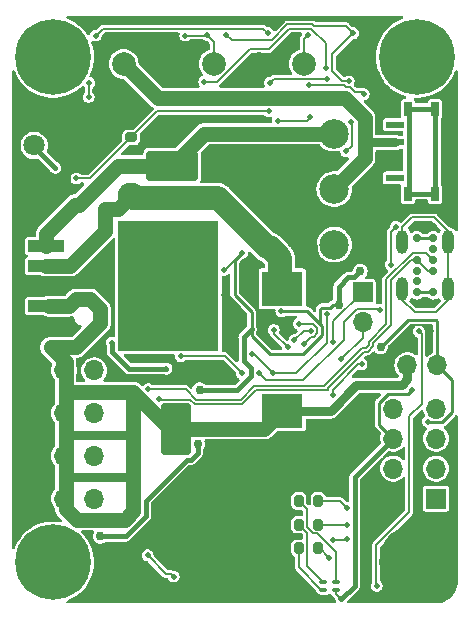
<source format=gbr>
%TF.GenerationSoftware,KiCad,Pcbnew,7.0.2*%
%TF.CreationDate,2023-07-06T19:43:42-07:00*%
%TF.ProjectId,chronos-polaris-hardware,6368726f-6e6f-4732-9d70-6f6c61726973,rev?*%
%TF.SameCoordinates,Original*%
%TF.FileFunction,Copper,L1,Top*%
%TF.FilePolarity,Positive*%
%FSLAX46Y46*%
G04 Gerber Fmt 4.6, Leading zero omitted, Abs format (unit mm)*
G04 Created by KiCad (PCBNEW 7.0.2) date 2023-07-06 19:43:42*
%MOMM*%
%LPD*%
G01*
G04 APERTURE LIST*
G04 Aperture macros list*
%AMRoundRect*
0 Rectangle with rounded corners*
0 $1 Rounding radius*
0 $2 $3 $4 $5 $6 $7 $8 $9 X,Y pos of 4 corners*
0 Add a 4 corners polygon primitive as box body*
4,1,4,$2,$3,$4,$5,$6,$7,$8,$9,$2,$3,0*
0 Add four circle primitives for the rounded corners*
1,1,$1+$1,$2,$3*
1,1,$1+$1,$4,$5*
1,1,$1+$1,$6,$7*
1,1,$1+$1,$8,$9*
0 Add four rect primitives between the rounded corners*
20,1,$1+$1,$2,$3,$4,$5,0*
20,1,$1+$1,$4,$5,$6,$7,0*
20,1,$1+$1,$6,$7,$8,$9,0*
20,1,$1+$1,$8,$9,$2,$3,0*%
G04 Aperture macros list end*
%TA.AperFunction,ComponentPad*%
%ADD10R,1.700000X1.700000*%
%TD*%
%TA.AperFunction,ComponentPad*%
%ADD11O,1.700000X1.700000*%
%TD*%
%TA.AperFunction,SMDPad,CuDef*%
%ADD12R,3.082830X1.019990*%
%TD*%
%TA.AperFunction,SMDPad,CuDef*%
%ADD13R,8.500000X11.000000*%
%TD*%
%TA.AperFunction,SMDPad,CuDef*%
%ADD14O,0.686995X0.364008*%
%TD*%
%TA.AperFunction,SMDPad,CuDef*%
%ADD15RoundRect,0.200000X-0.200000X-0.275000X0.200000X-0.275000X0.200000X0.275000X-0.200000X0.275000X0*%
%TD*%
%TA.AperFunction,ComponentPad*%
%ADD16C,1.800000*%
%TD*%
%TA.AperFunction,ComponentPad*%
%ADD17O,1.000000X2.000000*%
%TD*%
%TA.AperFunction,ComponentPad*%
%ADD18C,0.700000*%
%TD*%
%TA.AperFunction,ComponentPad*%
%ADD19C,6.400000*%
%TD*%
%TA.AperFunction,SMDPad,CuDef*%
%ADD20R,1.524003X0.600000*%
%TD*%
%TA.AperFunction,SMDPad,CuDef*%
%ADD21R,0.700000X1.200000*%
%TD*%
%TA.AperFunction,SMDPad,CuDef*%
%ADD22RoundRect,0.250000X-1.000000X1.950000X-1.000000X-1.950000X1.000000X-1.950000X1.000000X1.950000X0*%
%TD*%
%TA.AperFunction,SMDPad,CuDef*%
%ADD23RoundRect,0.250000X-1.950000X-1.000000X1.950000X-1.000000X1.950000X1.000000X-1.950000X1.000000X0*%
%TD*%
%TA.AperFunction,ComponentPad*%
%ADD24C,2.000000*%
%TD*%
%TA.AperFunction,SMDPad,CuDef*%
%ADD25RoundRect,0.200000X0.275000X-0.200000X0.275000X0.200000X-0.275000X0.200000X-0.275000X-0.200000X0*%
%TD*%
%TA.AperFunction,SMDPad,CuDef*%
%ADD26R,3.500000X2.924003*%
%TD*%
%TA.AperFunction,ComponentPad*%
%ADD27C,2.500000*%
%TD*%
%TA.AperFunction,ViaPad*%
%ADD28C,0.500000*%
%TD*%
%TA.AperFunction,ViaPad*%
%ADD29C,1.524000*%
%TD*%
%TA.AperFunction,ViaPad*%
%ADD30C,0.762000*%
%TD*%
%TA.AperFunction,ViaPad*%
%ADD31C,2.286000*%
%TD*%
%TA.AperFunction,Conductor*%
%ADD32C,0.150000*%
%TD*%
%TA.AperFunction,Conductor*%
%ADD33C,0.400000*%
%TD*%
%TA.AperFunction,Conductor*%
%ADD34C,0.250000*%
%TD*%
%TA.AperFunction,Conductor*%
%ADD35C,1.270000*%
%TD*%
%TA.AperFunction,Conductor*%
%ADD36C,2.032000*%
%TD*%
%TA.AperFunction,Conductor*%
%ADD37C,0.800000*%
%TD*%
G04 APERTURE END LIST*
D10*
%TO.P,J1,1,Pin_1*%
%TO.N,GND*%
X101985000Y-141000000D03*
D11*
%TO.P,J1,2,Pin_2*%
%TO.N,5V*%
X104525000Y-141000000D03*
%TO.P,J1,3,Pin_3*%
%TO.N,Net-(J1-Pin_3)*%
X107065000Y-141000000D03*
%TD*%
D12*
%TO.P,U6,1,VIN*%
%TO.N,Net-(U6-VIN)*%
X103040132Y-119599949D03*
%TO.P,U6,2,OUT*%
%TO.N,Net-(U11-K)*%
X103040132Y-121299975D03*
%TO.P,U6,3,GND*%
%TO.N,GND*%
X103040132Y-123000000D03*
%TO.P,U6,4,FB*%
%TO.N,5V*%
X103040132Y-124700025D03*
%TO.P,U6,5,ON#/OFF*%
%TO.N,GND*%
X103040132Y-126400051D03*
D13*
%TO.P,U6,6,EP*%
%TO.N,unconnected-(U6-EP-Pad6)*%
X113359893Y-123000000D03*
%TD*%
D10*
%TO.P,J2,1,Pin_1*%
%TO.N,GND*%
X101974333Y-137389622D03*
D11*
%TO.P,J2,2,Pin_2*%
%TO.N,5V*%
X104514333Y-137389622D03*
%TO.P,J2,3,Pin_3*%
%TO.N,Net-(J2-Pin_3)*%
X107054333Y-137389622D03*
%TD*%
D14*
%TO.P,U14,1,+*%
%TO.N,3.3V*%
X127518415Y-148724994D03*
%TO.P,U14,4,-*%
%TO.N,Net-(R9-Pad1)*%
X127518415Y-148075006D03*
%TO.P,U14,3,-*%
%TO.N,Net-(R10-Pad1)*%
X126481585Y-148075006D03*
%TO.P,U14,2,-*%
%TO.N,Net-(R11-Pad1)*%
X126481585Y-148724994D03*
%TD*%
D15*
%TO.P,R10,1*%
%TO.N,Net-(R10-Pad1)*%
X124400000Y-143200000D03*
%TO.P,R10,2*%
%TO.N,Net-(U2-RXD0)*%
X126050000Y-143200000D03*
%TD*%
D10*
%TO.P,J8,1,Pin_1*%
%TO.N,/GPIO0 (BOOTLOADER)*%
X129800000Y-123525000D03*
D11*
%TO.P,J8,2,Pin_2*%
%TO.N,/RESET*%
X129800000Y-126065000D03*
%TD*%
D15*
%TO.P,R11,1*%
%TO.N,Net-(R11-Pad1)*%
X124400000Y-145200000D03*
%TO.P,R11,2*%
%TO.N,Net-(U2-TXD0)*%
X126050000Y-145200000D03*
%TD*%
D16*
%TO.P,BUZ1,1,+*%
%TO.N,/BUZ_CTRL*%
X101996754Y-111103629D03*
%TO.P,BUZ1,2,-*%
%TO.N,GND*%
X106996754Y-111103629D03*
%TD*%
D17*
%TO.P,U15,0,0*%
%TO.N,unconnected-(U15-Pad0)*%
X137029871Y-123250191D03*
X137029871Y-119250191D03*
X133170079Y-123250191D03*
X133170079Y-119250191D03*
D18*
%TO.P,U15,A1,GND*%
%TO.N,GND*%
X134399950Y-124500128D03*
%TO.P,U15,A4,VBUS*%
%TO.N,Net-(D1-A)*%
X134399950Y-123550166D03*
%TO.P,U15,A5,CC1*%
%TO.N,Net-(U15-CC1)*%
X134399950Y-122599950D03*
%TO.P,U15,A6,D+*%
%TO.N,Net-(U2-IO20)*%
X134399950Y-121700026D03*
%TO.P,U15,A7,D-*%
%TO.N,Net-(U2-IO19)*%
X134399950Y-120800102D03*
%TO.P,U15,A9,VBUS*%
%TO.N,Net-(D1-A)*%
X134399950Y-118949962D03*
%TO.P,U15,A12,GND*%
%TO.N,GND*%
X134399950Y-118000000D03*
%TO.P,U15,B1,GND*%
X135800000Y-118000000D03*
%TO.P,U15,B5,CC2*%
%TO.N,Net-(U15-CC2)*%
X135800000Y-119899924D03*
%TO.P,U15,B6,D+*%
%TO.N,Net-(U2-IO20)*%
X135800000Y-120800102D03*
%TO.P,U15,B7,D-*%
%TO.N,Net-(U2-IO19)*%
X135800000Y-121700026D03*
%TO.P,U15,B9,VBUS*%
%TO.N,Net-(D1-A)*%
X135800000Y-123550166D03*
%TO.P,U15,B12,GND*%
%TO.N,GND*%
X135800000Y-124500128D03*
%TO.P,U15,B4,VBUS*%
%TO.N,Net-(D1-A)*%
X135800000Y-118949962D03*
%TD*%
D19*
%TO.P,H1,1*%
%TO.N,N/C*%
X103600000Y-103600000D03*
%TD*%
D10*
%TO.P,J7,1,Pin_1*%
%TO.N,Net-(J7-Pin_1)*%
X136028341Y-141000000D03*
D11*
%TO.P,J7,2,Pin_2*%
%TO.N,/SPI CLK*%
X136028341Y-138460000D03*
%TO.P,J7,3,Pin_3*%
%TO.N,/MOSI {slash} SDI*%
X136028341Y-135920000D03*
%TO.P,J7,4,Pin_4*%
%TO.N,/MISO {slash} SDO*%
X136028341Y-133380000D03*
%TD*%
D10*
%TO.P,J5,1,Pin_1*%
%TO.N,GND*%
X131060000Y-129699835D03*
D11*
%TO.P,J5,2,Pin_2*%
%TO.N,5V*%
X133600000Y-129699835D03*
%TO.P,J5,3,Pin_3*%
%TO.N,3.3V*%
X136140000Y-129699835D03*
%TD*%
D20*
%TO.P,U10,1,1*%
%TO.N,unconnected-(U10-Pad1)*%
X132549810Y-113849936D03*
%TO.P,U10,2,2*%
%TO.N,/BAT+*%
X132549810Y-110849936D03*
%TO.P,U10,3,3*%
%TO.N,Net-(D1-C)*%
X132549810Y-109349809D03*
D21*
%TO.P,U10,4,4*%
%TO.N,unconnected-(U10-Pad4)*%
X133649886Y-115199949D03*
X135949860Y-115199949D03*
X135949860Y-108000051D03*
X133649886Y-108000051D03*
%TD*%
D10*
%TO.P,J6,1,Pin_1*%
%TO.N,GND*%
X132400000Y-141003187D03*
D11*
%TO.P,J6,2,Pin_2*%
%TO.N,Net-(J6-Pin_2)*%
X132400000Y-138463187D03*
%TO.P,J6,3,Pin_3*%
%TO.N,3.3V*%
X132400000Y-135923187D03*
%TO.P,J6,4,Pin_4*%
%TO.N,Net-(J6-Pin_4)*%
X132400000Y-133383187D03*
%TD*%
D19*
%TO.P,H4,1*%
%TO.N,N/C*%
X134400000Y-103600000D03*
%TD*%
%TO.P,H2,1,Pin_1*%
%TO.N,GND*%
X134400000Y-146400000D03*
%TD*%
D22*
%TO.P,C4,1*%
%TO.N,5V*%
X114000000Y-135100000D03*
%TO.P,C4,2*%
%TO.N,GND*%
X114000000Y-142500000D03*
%TD*%
D15*
%TO.P,R9,1*%
%TO.N,Net-(R9-Pad1)*%
X124400000Y-141200000D03*
%TO.P,R9,2*%
%TO.N,Net-(U2-IO42)*%
X126050000Y-141200000D03*
%TD*%
D10*
%TO.P,J3,1,Pin_1*%
%TO.N,GND*%
X102008008Y-133756199D03*
D11*
%TO.P,J3,2,Pin_2*%
%TO.N,5V*%
X104548008Y-133756199D03*
%TO.P,J3,3,Pin_3*%
%TO.N,Net-(J3-Pin_3)*%
X107088008Y-133756199D03*
%TD*%
D19*
%TO.P,H3,1*%
%TO.N,N/C*%
X103600000Y-146400000D03*
%TD*%
D23*
%TO.P,C3,1*%
%TO.N,Net-(U6-VIN)*%
X113700000Y-112800000D03*
%TO.P,C3,2*%
%TO.N,GND*%
X121100000Y-112800000D03*
%TD*%
D24*
%TO.P,P1,1,1*%
%TO.N,/BAT+*%
X109579985Y-104200000D03*
%TO.P,P1,2,2*%
%TO.N,GND*%
X113389993Y-104200000D03*
%TO.P,P1,3,3*%
%TO.N,/MAIN V+*%
X117200000Y-104200000D03*
%TO.P,P1,4,4*%
%TO.N,GND*%
X121010008Y-104200000D03*
%TO.P,P1,5,5*%
%TO.N,/DROGUE V+*%
X124820015Y-104200000D03*
%TO.P,P1,6,6*%
%TO.N,GND*%
X128630023Y-104200000D03*
%TD*%
D25*
%TO.P,R4,1*%
%TO.N,/DROGUE CTRL*%
X110200000Y-110425000D03*
%TO.P,R4,2*%
%TO.N,GND*%
X110200000Y-108775000D03*
%TD*%
D26*
%TO.P,L2,1,1*%
%TO.N,Net-(U11-K)*%
X123000000Y-123219660D03*
%TO.P,L2,2,2*%
%TO.N,5V*%
X123000000Y-133580340D03*
%TD*%
D10*
%TO.P,J4,1,Pin_1*%
%TO.N,GND*%
X102008008Y-130148008D03*
D11*
%TO.P,J4,2,Pin_2*%
%TO.N,5V*%
X104548008Y-130148008D03*
%TO.P,J4,3,Pin_3*%
%TO.N,Net-(J4-Pin_3)*%
X107088008Y-130148008D03*
%TD*%
D27*
%TO.P,U9,1,1*%
%TO.N,unconnected-(U9-Pad1)*%
X127400000Y-119500025D03*
%TO.P,U9,2,2*%
%TO.N,/BAT+*%
X127400000Y-114800000D03*
%TO.P,U9,3,3*%
%TO.N,Net-(U6-VIN)*%
X127400000Y-110099975D03*
%TD*%
D28*
%TO.N,/BUZ_CTRL*%
X103800000Y-113000000D03*
X108600000Y-127800000D03*
X113200000Y-130000000D03*
%TO.N,GND*%
X122275365Y-125675500D03*
D29*
X108800000Y-107000000D03*
D28*
X129400000Y-100400000D03*
X110000000Y-145000000D03*
D30*
X126400000Y-139400000D03*
X130264504Y-147648389D03*
X119800000Y-147400000D03*
X127400000Y-117200000D03*
D28*
X119706233Y-123693767D03*
D30*
X107200000Y-109000000D03*
D28*
X121600000Y-127400000D03*
D30*
X103800000Y-115200000D03*
X121800000Y-147944500D03*
D29*
X103200000Y-123000000D03*
D30*
X122800000Y-147400000D03*
X100600000Y-107000000D03*
X118000000Y-139800000D03*
X126400000Y-137600000D03*
X123400000Y-146400000D03*
D28*
X114800000Y-147000000D03*
D30*
X108529391Y-122000000D03*
X124400000Y-136000000D03*
D28*
X121615690Y-117543160D03*
D30*
X119600000Y-141000000D03*
X126400000Y-136000000D03*
D28*
X132600000Y-127800000D03*
D30*
X118000000Y-141000000D03*
X130400000Y-102200000D03*
D28*
X118200000Y-145600000D03*
D30*
X103600000Y-108200000D03*
D28*
X118200000Y-147000000D03*
D30*
X119200000Y-146400000D03*
X118000000Y-137600000D03*
D28*
X111400000Y-149200000D03*
D30*
X137400000Y-114800000D03*
D28*
X116800000Y-147000000D03*
X121324500Y-121200000D03*
D30*
X122200000Y-145200000D03*
D28*
X135565500Y-126800000D03*
D30*
X124400000Y-137600000D03*
X122200000Y-137600000D03*
D28*
X125600000Y-114400000D03*
X124525000Y-116250006D03*
X119524500Y-125136966D03*
D29*
X126800000Y-122200000D03*
D30*
X119600000Y-139800000D03*
X119600000Y-137600000D03*
X101600000Y-116800000D03*
D28*
X118075500Y-123800000D03*
X116800000Y-145600000D03*
D30*
X120400000Y-145200000D03*
D28*
X101967893Y-143074500D03*
D29*
X118800000Y-113200000D03*
D30*
X120800000Y-147944500D03*
X124400000Y-139400000D03*
D28*
X116800000Y-144200000D03*
D30*
X130200000Y-105200000D03*
X122200000Y-139400000D03*
D29*
X103200000Y-126400000D03*
D28*
X119600000Y-121775000D03*
X122800000Y-100400000D03*
D30*
X130000000Y-119000000D03*
D28*
X135400000Y-116675500D03*
X118200000Y-144200000D03*
D30*
X104680947Y-112777153D03*
D28*
%TO.N,3.3V*%
X128625000Y-105649494D03*
X128000000Y-149524500D03*
X134018365Y-131781635D03*
X119600000Y-120200000D03*
D30*
X127773496Y-124600000D03*
X129600000Y-121744500D03*
D28*
X118059395Y-121650038D03*
D30*
X116000000Y-131800000D03*
D28*
X118250000Y-101724500D03*
D30*
X115830500Y-136400000D03*
X107600000Y-144200000D03*
D28*
X122927757Y-125131162D03*
X135346765Y-134486418D03*
X129000000Y-101600000D03*
D30*
X131336491Y-128136491D03*
D28*
%TO.N,Net-(D1-C)*%
X133000000Y-109400000D03*
%TO.N,/RESET*%
X111600000Y-145800000D03*
X127961986Y-129222038D03*
X113800000Y-147600000D03*
%TO.N,Net-(D1-A)*%
X132595594Y-117994202D03*
X132200000Y-121200000D03*
%TO.N,/SPI CLK*%
X129724500Y-129625796D03*
X127275500Y-132200000D03*
%TO.N,/MOSI {slash} SDI*%
X126800000Y-125400000D03*
X120400000Y-128800000D03*
X122200000Y-130400000D03*
%TO.N,/MISO {slash} SDO*%
X131275500Y-125000000D03*
X121000000Y-130400000D03*
%TO.N,/GPIO0 (BOOTLOADER)*%
X127324500Y-127733744D03*
D31*
%TO.N,Net-(U11-K)*%
X110200000Y-115400000D03*
D28*
%TO.N,/MAIN V+*%
X116600000Y-101724500D03*
X114800000Y-101800000D03*
%TO.N,/DROGUE V+*%
X125200000Y-101734500D03*
%TO.N,Net-(U1-PG)*%
X128812626Y-109146341D03*
X128426074Y-111607787D03*
%TO.N,Net-(U7-G)*%
X122600000Y-109015475D03*
X125378150Y-108728419D03*
%TO.N,Net-(U12-G)*%
X126675500Y-104509941D03*
X116400000Y-105715500D03*
%TO.N,/DROGUE CTRL*%
X121979065Y-105796530D03*
X126777005Y-105475500D03*
X105575772Y-113899437D03*
X121850371Y-108200000D03*
%TO.N,/MAIN CTRL*%
X131001426Y-148394295D03*
X129901333Y-106752084D03*
X134570878Y-126829122D03*
X125226985Y-105999994D03*
%TO.N,Net-(U2-IO12)*%
X119600000Y-130400000D03*
X114400000Y-128949502D03*
%TO.N,/DROGUE DETECT*%
X106660485Y-105800000D03*
X106600000Y-107000000D03*
X121800000Y-101600000D03*
X107200000Y-101800000D03*
%TO.N,Net-(U2-IO19)*%
X112563301Y-132603562D03*
%TO.N,Net-(U2-IO20)*%
X111666858Y-131733142D03*
%TO.N,/BMP CS*%
X122274394Y-126724500D03*
X123449367Y-128200000D03*
%TO.N,/GYRO CS*%
X124022854Y-127599981D03*
X125423498Y-126800528D03*
%TO.N,/ACCEL CS*%
X124876964Y-127876963D03*
X124397638Y-126200000D03*
%TO.N,Net-(U2-IO42)*%
X128475500Y-141800000D03*
%TO.N,Net-(U2-RXD0)*%
X128475500Y-143200000D03*
%TO.N,Net-(U2-TXD0)*%
X127269254Y-144530746D03*
X128475500Y-144400000D03*
X126993915Y-146000000D03*
%TD*%
D32*
%TO.N,Net-(U12-G)*%
X125417463Y-101209500D02*
X123590500Y-101209500D01*
X126675500Y-104509941D02*
X126675500Y-102467537D01*
X120278123Y-102925000D02*
X117487623Y-105715500D01*
X126675500Y-102467537D02*
X125417463Y-101209500D01*
X121875000Y-102925000D02*
X120278123Y-102925000D01*
X123590500Y-101209500D02*
X121875000Y-102925000D01*
X117487623Y-105715500D02*
X116400000Y-105715500D01*
D33*
%TO.N,/BUZ_CTRL*%
X108600000Y-127800000D02*
X108600000Y-128590107D01*
X103800000Y-113000000D02*
X102000000Y-111200000D01*
X110009893Y-130000000D02*
X113200000Y-130000000D01*
X108600000Y-128590107D02*
X110009893Y-130000000D01*
%TO.N,GND*%
X135400000Y-116675500D02*
X132324500Y-116675500D01*
X114800000Y-147519239D02*
X114800000Y-147000000D01*
D34*
X119600000Y-121775000D02*
X119600000Y-123681660D01*
X119600000Y-123681660D02*
X121259170Y-125340830D01*
X121324500Y-121200000D02*
X120175000Y-121200000D01*
D35*
X118800000Y-113200000D02*
X122600000Y-117000000D01*
D33*
X116800000Y-144200000D02*
X116800000Y-147000000D01*
D32*
X135382537Y-126275000D02*
X134125000Y-126275000D01*
D35*
X111299993Y-102110000D02*
X113389993Y-104200000D01*
D36*
X118800000Y-113200000D02*
X119200000Y-112800000D01*
D35*
X125315000Y-119715000D02*
X125315000Y-120715000D01*
D33*
X116800000Y-147000000D02*
X114800000Y-147000000D01*
D34*
X120175000Y-121200000D02*
X119600000Y-121775000D01*
D32*
X110200000Y-108775000D02*
X108800000Y-107375000D01*
X112500000Y-142500000D02*
X114000000Y-142500000D01*
D33*
X118200000Y-145600000D02*
X116800000Y-145600000D01*
X118200000Y-144200000D02*
X118200000Y-145600000D01*
D34*
X121600000Y-127400000D02*
X121259170Y-127059170D01*
D35*
X108800000Y-107000000D02*
X108800000Y-106405093D01*
D33*
X116200000Y-144800000D02*
X116200000Y-145600000D01*
D32*
X101967893Y-143074500D02*
X101985000Y-143057393D01*
D33*
X118200000Y-144200000D02*
X118200000Y-142400000D01*
D37*
X104680947Y-112777153D02*
X104680947Y-114319053D01*
D36*
X119200000Y-112800000D02*
X121100000Y-112800000D01*
D33*
X118200000Y-142400000D02*
X119600000Y-141000000D01*
D35*
X107635000Y-105240093D02*
X107635000Y-102965000D01*
D37*
X119600000Y-141000000D02*
X118400000Y-142200000D01*
D32*
X108800000Y-107375000D02*
X108800000Y-107000000D01*
D33*
X113119239Y-149200000D02*
X114800000Y-147519239D01*
X116200000Y-145600000D02*
X114800000Y-147000000D01*
X118200000Y-147000000D02*
X118200000Y-145600000D01*
D37*
X116700000Y-139800000D02*
X114000000Y-142500000D01*
D33*
X116800000Y-147000000D02*
X118200000Y-147000000D01*
D34*
X121259170Y-127059170D02*
X121259170Y-125340830D01*
D33*
X130264504Y-143138683D02*
X132400000Y-141003187D01*
X111400000Y-149200000D02*
X113119239Y-149200000D01*
X108529391Y-122000000D02*
X108299261Y-122000000D01*
D35*
X108490000Y-102110000D02*
X111299993Y-102110000D01*
D32*
X134125000Y-126275000D02*
X132600000Y-127800000D01*
D37*
X107000000Y-111200000D02*
X106258100Y-111200000D01*
D34*
X122275365Y-125675500D02*
X121593840Y-125675500D01*
D35*
X122600000Y-117000000D02*
X125315000Y-119715000D01*
D32*
X135565500Y-126457963D02*
X135382537Y-126275000D01*
D37*
X119600000Y-139800000D02*
X116700000Y-139800000D01*
D34*
X134399950Y-124500128D02*
X135800000Y-124500128D01*
D32*
X119400000Y-125012466D02*
X119524500Y-125136966D01*
X135565500Y-126800000D02*
X135565500Y-126457963D01*
D34*
X121593840Y-125675500D02*
X121259170Y-125340830D01*
D35*
X125315000Y-120715000D02*
X126800000Y-122200000D01*
D32*
X124525000Y-115475000D02*
X125600000Y-114400000D01*
D33*
X122056840Y-117543160D02*
X121615690Y-117543160D01*
X130264504Y-147648389D02*
X130264504Y-143138683D01*
X107299261Y-123000000D02*
X103200000Y-123000000D01*
D32*
X118434314Y-123800000D02*
X119400000Y-124765686D01*
D33*
X116800000Y-145600000D02*
X116200000Y-145600000D01*
X132324500Y-116675500D02*
X130000000Y-119000000D01*
D35*
X107635000Y-102965000D02*
X108490000Y-102110000D01*
D33*
X122056840Y-117543160D02*
X122600000Y-117000000D01*
X116800000Y-144200000D02*
X116800000Y-142200000D01*
D37*
X106258100Y-111200000D02*
X104680947Y-112777153D01*
D32*
X119400000Y-124765686D02*
X119400000Y-125012466D01*
D37*
X127316321Y-122200000D02*
X130000000Y-119516321D01*
D35*
X108800000Y-106405093D02*
X107635000Y-105240093D01*
D37*
X104680947Y-114319053D02*
X103800000Y-115200000D01*
D34*
X135800000Y-118000000D02*
X134399950Y-118000000D01*
D32*
X110000000Y-145000000D02*
X112500000Y-142500000D01*
X118075500Y-123800000D02*
X118434314Y-123800000D01*
D33*
X108299261Y-122000000D02*
X107299261Y-123000000D01*
D37*
X118400000Y-142200000D02*
X116800000Y-142200000D01*
D32*
X101985000Y-143057393D02*
X101985000Y-141000000D01*
D33*
X116800000Y-144200000D02*
X116200000Y-144800000D01*
D37*
X126800000Y-122200000D02*
X127316321Y-122200000D01*
D32*
X124525000Y-116250006D02*
X124525000Y-115475000D01*
D37*
X116800000Y-142200000D02*
X114300000Y-142200000D01*
X130000000Y-119516321D02*
X130000000Y-119000000D01*
D33*
X118200000Y-144200000D02*
X116800000Y-144200000D01*
%TO.N,3.3V*%
X109748712Y-144200000D02*
X107600000Y-144200000D01*
X114900000Y-137700000D02*
X111435000Y-141165000D01*
D34*
X126383244Y-127183149D02*
X124766393Y-128800000D01*
D32*
X127200000Y-104800000D02*
X127200000Y-103400000D01*
D33*
X129600000Y-121744500D02*
X129069500Y-122275000D01*
D34*
X137400000Y-130959835D02*
X136140000Y-129699835D01*
X127773496Y-124600000D02*
X127263173Y-124600000D01*
D33*
X129125500Y-148399000D02*
X128000000Y-149524500D01*
D34*
X137400000Y-133670042D02*
X137400000Y-130959835D01*
D33*
X119750000Y-127288282D02*
X119750000Y-129350000D01*
D34*
X118987877Y-120812123D02*
X119600000Y-120200000D01*
X124766393Y-128800000D02*
X122000000Y-128800000D01*
D33*
X111435000Y-142513712D02*
X109748712Y-144200000D01*
D32*
X128625000Y-105649494D02*
X128049494Y-105649494D01*
D33*
X115830500Y-136400000D02*
X115830500Y-137138739D01*
D34*
X118987877Y-123787877D02*
X118987877Y-120812123D01*
X131225000Y-134748187D02*
X131225000Y-132896486D01*
D33*
X129125500Y-139197687D02*
X129125500Y-148399000D01*
D32*
X122105026Y-102200000D02*
X123445526Y-100859500D01*
X118725500Y-102200000D02*
X122105026Y-102200000D01*
X123445526Y-100859500D02*
X125562438Y-100859500D01*
D34*
X131996486Y-132125000D02*
X133675000Y-132125000D01*
X133675000Y-132125000D02*
X134018365Y-131781635D01*
D33*
X132400000Y-135923187D02*
X129125500Y-139197687D01*
D34*
X135415347Y-134555000D02*
X136515042Y-134555000D01*
D33*
X129069500Y-122275000D02*
X128550000Y-122275000D01*
D32*
X128049494Y-105649494D02*
X127200000Y-104800000D01*
X118250000Y-101724500D02*
X118725500Y-102200000D01*
D34*
X120400000Y-125200000D02*
X118987877Y-123787877D01*
D33*
X111435000Y-141165000D02*
X111435000Y-142513712D01*
D34*
X136140000Y-129699835D02*
X136140000Y-125940000D01*
D33*
X120400000Y-126638282D02*
X119750000Y-127288282D01*
D34*
X122927757Y-125131162D02*
X125097554Y-125131162D01*
D32*
X118149962Y-121650038D02*
X119600000Y-120200000D01*
D34*
X136057537Y-125857537D02*
X133615445Y-125857537D01*
X136515042Y-134555000D02*
X137400000Y-133670042D01*
D33*
X127773496Y-123051504D02*
X127773496Y-124600000D01*
D34*
X133615445Y-125857537D02*
X131336491Y-128136491D01*
X126383244Y-126416852D02*
X126383244Y-127183149D01*
X127263173Y-124600000D02*
X127038173Y-124825000D01*
X127038173Y-124825000D02*
X126375000Y-124825000D01*
X132400000Y-135923187D02*
X131225000Y-134748187D01*
D32*
X128000000Y-149524500D02*
X127518415Y-149042915D01*
X127518415Y-149042915D02*
X127518415Y-148724994D01*
D34*
X126225000Y-126258608D02*
X126383244Y-126416852D01*
X136140000Y-125940000D02*
X136057537Y-125857537D01*
D33*
X115830500Y-137138739D02*
X115269239Y-137700000D01*
D34*
X122000000Y-128800000D02*
X120400000Y-127200000D01*
D33*
X115269239Y-137700000D02*
X114900000Y-137700000D01*
X120350000Y-130650000D02*
X119200000Y-131800000D01*
D32*
X125562438Y-100859500D02*
X125702938Y-101000000D01*
D33*
X119200000Y-131800000D02*
X116000000Y-131800000D01*
D34*
X126375000Y-124825000D02*
X126225000Y-124975000D01*
D32*
X118059395Y-121650038D02*
X118149962Y-121650038D01*
D33*
X119750000Y-129350000D02*
X120350000Y-129950000D01*
D34*
X125097554Y-125131162D02*
X126383244Y-126416852D01*
D32*
X125702938Y-101000000D02*
X128400000Y-101000000D01*
X128400000Y-101000000D02*
X129000000Y-101600000D01*
D34*
X120400000Y-126638282D02*
X120400000Y-125200000D01*
X126225000Y-124975000D02*
X126225000Y-126258608D01*
X135346765Y-134486418D02*
X135415347Y-134555000D01*
X131225000Y-132896486D02*
X131996486Y-132125000D01*
D33*
X120350000Y-129950000D02*
X120350000Y-130650000D01*
D32*
X127200000Y-103400000D02*
X129000000Y-101600000D01*
D34*
X120400000Y-127200000D02*
X120400000Y-126638282D01*
D33*
X128550000Y-122275000D02*
X127773496Y-123051504D01*
D35*
%TO.N,Net-(U6-VIN)*%
X105485038Y-116114962D02*
X103040132Y-118559868D01*
X116400025Y-110099975D02*
X113700000Y-112800000D01*
X105796972Y-116114962D02*
X105485038Y-116114962D01*
X113700000Y-112800000D02*
X109111934Y-112800000D01*
X109111934Y-112800000D02*
X105796972Y-116114962D01*
X127400000Y-110099975D02*
X116400025Y-110099975D01*
X103040132Y-118559868D02*
X103040132Y-119599949D01*
%TO.N,5V*%
X107598513Y-126144358D02*
X107598513Y-124955566D01*
D37*
X127097242Y-133580340D02*
X123000000Y-133580340D01*
D35*
X104660000Y-132000000D02*
X104660000Y-129460000D01*
X110400000Y-142085000D02*
X109685000Y-142800000D01*
D37*
X133600000Y-130901916D02*
X133101916Y-131400000D01*
D35*
X105542871Y-128200000D02*
X107598513Y-126144358D01*
X110400000Y-139200000D02*
X110400000Y-135600000D01*
X104660000Y-139200000D02*
X104660000Y-135600000D01*
D37*
X133101916Y-131400000D02*
X129277582Y-131400000D01*
D35*
X110400000Y-132000000D02*
X104660000Y-132000000D01*
D37*
X133600000Y-129699835D02*
X133600000Y-130901916D01*
D35*
X104660000Y-135600000D02*
X104660000Y-132000000D01*
X107598513Y-124955566D02*
X106757909Y-124114962D01*
D37*
X104660000Y-139200000D02*
X110400000Y-139200000D01*
D35*
X105569117Y-124114962D02*
X104984054Y-124700025D01*
X109685000Y-142800000D02*
X105600000Y-142800000D01*
X106757909Y-124114962D02*
X105569117Y-124114962D01*
X104660000Y-141860000D02*
X105600000Y-142800000D01*
X104660000Y-141000000D02*
X104660000Y-141860000D01*
X103400000Y-128200000D02*
X105542871Y-128200000D01*
X104984054Y-124700025D02*
X103240132Y-124700025D01*
X114000000Y-135100000D02*
X121480340Y-135100000D01*
X104660000Y-129460000D02*
X103400000Y-128200000D01*
X121480340Y-135100000D02*
X123000000Y-133580340D01*
D37*
X104660000Y-135600000D02*
X110400000Y-135600000D01*
D35*
X113500000Y-135100000D02*
X110400000Y-132000000D01*
X104660000Y-141000000D02*
X104660000Y-139200000D01*
D37*
X129277582Y-131400000D02*
X127097242Y-133580340D01*
D35*
X110400000Y-135600000D02*
X110400000Y-132000000D01*
X110400000Y-142085000D02*
X110400000Y-139200000D01*
D32*
%TO.N,/RESET*%
X113591386Y-147391386D02*
X113191386Y-147391386D01*
X129800000Y-126065000D02*
X129800000Y-127384024D01*
X129800000Y-127384024D02*
X127961986Y-129222038D01*
X113191386Y-147391386D02*
X111600000Y-145800000D01*
X113800000Y-147600000D02*
X113591386Y-147391386D01*
%TO.N,Net-(D1-A)*%
X132200000Y-121200000D02*
X132200000Y-118389796D01*
D34*
X135800000Y-123550166D02*
X134399950Y-123550166D01*
D32*
X132200000Y-118389796D02*
X132595594Y-117994202D01*
D34*
X134399950Y-118949962D02*
X135800000Y-118949962D01*
D32*
%TO.N,/SPI CLK*%
X127275500Y-131781537D02*
X127275500Y-132200000D01*
X129724500Y-129625796D02*
X129431241Y-129625796D01*
X129431241Y-129625796D02*
X127275500Y-131781537D01*
%TO.N,/MOSI {slash} SDI*%
X124200000Y-130400000D02*
X122200000Y-130400000D01*
X126800000Y-125400000D02*
X126800000Y-127800000D01*
X120600000Y-128800000D02*
X122200000Y-130400000D01*
X120400000Y-128800000D02*
X120600000Y-128800000D01*
X126800000Y-127800000D02*
X124200000Y-130400000D01*
%TO.N,/MISO {slash} SDO*%
X124800000Y-131000000D02*
X121600000Y-131000000D01*
X121600000Y-131000000D02*
X121000000Y-130400000D01*
X128200000Y-127600000D02*
X124800000Y-131000000D01*
X131215500Y-124940000D02*
X129334009Y-124940000D01*
X131275500Y-125000000D02*
X131215500Y-124940000D01*
X129334009Y-124940000D02*
X128200000Y-126074009D01*
X128200000Y-126074009D02*
X128200000Y-127600000D01*
%TO.N,/GPIO0 (BOOTLOADER)*%
X127324500Y-126000500D02*
X127324500Y-127733744D01*
X129800000Y-123525000D02*
X127324500Y-126000500D01*
D35*
%TO.N,Net-(U11-K)*%
X107979513Y-116499463D02*
X109100537Y-116499463D01*
D36*
X121931738Y-119734000D02*
X122800000Y-120602262D01*
X121734000Y-119734000D02*
X121931738Y-119734000D01*
X110339488Y-115539488D02*
X117539488Y-115539488D01*
D35*
X109100537Y-116499463D02*
X110200000Y-115400000D01*
D36*
X122800000Y-120602262D02*
X122800000Y-123019660D01*
X117539488Y-115539488D02*
X121734000Y-119734000D01*
D35*
X105061516Y-121299975D02*
X107979513Y-118381978D01*
D36*
X110200000Y-115400000D02*
X110339488Y-115539488D01*
D35*
X107979513Y-118381978D02*
X107979513Y-116499463D01*
X103040132Y-121299975D02*
X105061516Y-121299975D01*
%TO.N,/BAT+*%
X130000000Y-110800000D02*
X130000000Y-108799293D01*
X128285201Y-107084494D02*
X112464479Y-107084494D01*
X130000000Y-112200000D02*
X130000000Y-110800000D01*
X130000000Y-108799293D02*
X128285201Y-107084494D01*
D37*
X130049936Y-110849936D02*
X130000000Y-110800000D01*
X132549810Y-110849936D02*
X130049936Y-110849936D01*
D35*
X112464479Y-107084494D02*
X109579985Y-104200000D01*
X127400000Y-114800000D02*
X130000000Y-112200000D01*
D32*
%TO.N,/MAIN V+*%
X116600000Y-101724500D02*
X117200000Y-102324500D01*
X116600000Y-101724500D02*
X116524500Y-101800000D01*
X117200000Y-102324500D02*
X117200000Y-104200000D01*
X116524500Y-101800000D02*
X114800000Y-101800000D01*
%TO.N,/DROGUE V+*%
X124820015Y-102114485D02*
X124820015Y-104200000D01*
X125200000Y-101734500D02*
X124820015Y-102114485D01*
%TO.N,Net-(U1-PG)*%
X128925000Y-111108861D02*
X128925000Y-109258715D01*
X128426074Y-111607787D02*
X128925000Y-111108861D01*
X128925000Y-109258715D02*
X128812626Y-109146341D01*
%TO.N,Net-(U7-G)*%
X125378150Y-108728419D02*
X125091094Y-109015475D01*
X125091094Y-109015475D02*
X122600000Y-109015475D01*
%TO.N,/DROGUE CTRL*%
X121846952Y-108203419D02*
X112421581Y-108203419D01*
X112421581Y-108203419D02*
X110200000Y-110425000D01*
X121850371Y-108200000D02*
X121846952Y-108203419D01*
X125751969Y-105474994D02*
X122300601Y-105474994D01*
X126777005Y-105475500D02*
X125752475Y-105475500D01*
X106725563Y-113899437D02*
X110200000Y-110425000D01*
X125752475Y-105475500D02*
X125751969Y-105474994D01*
X105575772Y-113899437D02*
X106725563Y-113899437D01*
X122300601Y-105474994D02*
X121979065Y-105796530D01*
%TO.N,/MAIN CTRL*%
X133760607Y-142125000D02*
X133760607Y-134039393D01*
X130925000Y-144960607D02*
X133760607Y-142125000D01*
X134800000Y-127058244D02*
X134570878Y-126829122D01*
X129749249Y-106600000D02*
X129901333Y-106752084D01*
X128407537Y-106174494D02*
X128774494Y-106174494D01*
X128233043Y-106000000D02*
X128407537Y-106174494D01*
X130925000Y-148317869D02*
X130925000Y-144960607D01*
X128774494Y-106174494D02*
X129200000Y-106600000D01*
X129200000Y-106600000D02*
X129749249Y-106600000D01*
X125226991Y-106000000D02*
X128233043Y-106000000D01*
X134800000Y-133000000D02*
X134800000Y-127058244D01*
X133760607Y-134039393D02*
X134800000Y-133000000D01*
X125226985Y-105999994D02*
X125226991Y-106000000D01*
X131001426Y-148394295D02*
X130925000Y-148317869D01*
%TO.N,Net-(R9-Pad1)*%
X125644974Y-143950000D02*
X125075000Y-143380026D01*
X125946751Y-143950000D02*
X125644974Y-143950000D01*
X127518415Y-148075006D02*
X127518415Y-145521664D01*
X125075000Y-143380026D02*
X125075000Y-141875000D01*
X127518415Y-145521664D02*
X125946751Y-143950000D01*
X125075000Y-141875000D02*
X124400000Y-141200000D01*
%TO.N,Net-(R10-Pad1)*%
X125075000Y-146668421D02*
X125075000Y-143875000D01*
X126481585Y-148075006D02*
X125075000Y-146668421D01*
X125075000Y-143875000D02*
X124400000Y-143200000D01*
%TO.N,Net-(R11-Pad1)*%
X126320091Y-148724994D02*
X124400000Y-146804903D01*
X124400000Y-146804903D02*
X124400000Y-145200000D01*
%TO.N,Net-(U2-IO12)*%
X114400000Y-128949502D02*
X118149502Y-128949502D01*
X118149502Y-128949502D02*
X119600000Y-130400000D01*
%TO.N,/DROGUE DETECT*%
X106660485Y-105800000D02*
X106600000Y-105860485D01*
X107200000Y-101800000D02*
X107800000Y-101200000D01*
X106600000Y-105860485D02*
X106600000Y-107000000D01*
X107800000Y-101200000D02*
X121400000Y-101200000D01*
X121400000Y-101200000D02*
X121800000Y-101600000D01*
%TO.N,Net-(U2-IO19)*%
X130225165Y-128574835D02*
X130680491Y-128119509D01*
X120775000Y-131843339D02*
X126889698Y-131843339D01*
X130680491Y-128119509D02*
X130680491Y-127864766D01*
X115592462Y-133000000D02*
X119618339Y-133000000D01*
X135299874Y-121700026D02*
X134399950Y-120800102D01*
X126889698Y-131843339D02*
X126889698Y-131620137D01*
X129935000Y-128574835D02*
X130225165Y-128574835D01*
X130680491Y-127864766D02*
X132200000Y-126345257D01*
X119618339Y-133000000D02*
X120775000Y-131843339D01*
X132200000Y-122505078D02*
X133904976Y-120800102D01*
X132200000Y-126345257D02*
X132200000Y-122505078D01*
X135800000Y-121700026D02*
X135299874Y-121700026D01*
X112584739Y-132625000D02*
X115217462Y-132625000D01*
X115217462Y-132625000D02*
X115592462Y-133000000D01*
X133904976Y-120800102D02*
X134399950Y-120800102D01*
X126889698Y-131620137D02*
X129935000Y-128574835D01*
X112563301Y-132603562D02*
X112584739Y-132625000D01*
%TO.N,Net-(U2-IO20)*%
X135175000Y-120175102D02*
X135800000Y-120800102D01*
X129790026Y-128224835D02*
X130080191Y-128224835D01*
X115737436Y-132650000D02*
X119473365Y-132650000D01*
X131800000Y-126250283D02*
X131800000Y-122410104D01*
X130080191Y-128224835D02*
X130330491Y-127974535D01*
X120630025Y-131493339D02*
X126539698Y-131493339D01*
X131800000Y-122410104D02*
X134035002Y-120175102D01*
X114820578Y-131733142D02*
X115737436Y-132650000D01*
X134035002Y-120175102D02*
X135175000Y-120175102D01*
X119473365Y-132650000D02*
X120630025Y-131493339D01*
X130330491Y-127974535D02*
X130330491Y-127719792D01*
X111666858Y-131733142D02*
X114820578Y-131733142D01*
X126539698Y-131475163D02*
X129790026Y-128224835D01*
X130330491Y-127719792D02*
X131800000Y-126250283D01*
X126539698Y-131493339D02*
X126539698Y-131475163D01*
%TO.N,/BMP CS*%
X122274394Y-127025027D02*
X122274394Y-126724500D01*
X123449367Y-128200000D02*
X122274394Y-127025027D01*
%TO.N,/GYRO CS*%
X124022854Y-127599981D02*
X124822307Y-126800528D01*
X124822307Y-126800528D02*
X125423498Y-126800528D01*
%TO.N,/ACCEL CS*%
X125983244Y-126582537D02*
X125983244Y-127017463D01*
X125675707Y-127325000D02*
X125428927Y-127325000D01*
X125428927Y-127325000D02*
X124876964Y-127876963D01*
X124397638Y-126200000D02*
X124409237Y-126211599D01*
X125612306Y-126211599D02*
X125983244Y-126582537D01*
X125983244Y-127017463D02*
X125675707Y-127325000D01*
X124409237Y-126211599D02*
X125612306Y-126211599D01*
%TO.N,Net-(U2-IO42)*%
X126050000Y-141200000D02*
X127875500Y-141200000D01*
X127875500Y-141200000D02*
X128475500Y-141800000D01*
%TO.N,Net-(U2-RXD0)*%
X126050000Y-143200000D02*
X128475500Y-143200000D01*
%TO.N,Net-(U2-TXD0)*%
X126193915Y-145200000D02*
X126993915Y-146000000D01*
X127269254Y-144530746D02*
X128344754Y-144530746D01*
X128344754Y-144530746D02*
X128475500Y-144400000D01*
D33*
%TO.N,unconnected-(U10-Pad4)*%
X135949860Y-115199949D02*
X135949860Y-108000051D01*
X135949860Y-108000051D02*
X133649886Y-108000051D01*
X133711811Y-108061976D02*
X133711811Y-115138024D01*
X133649886Y-115199949D02*
X135949860Y-115199949D01*
D32*
%TO.N,unconnected-(U15-Pad0)*%
X134000000Y-117200000D02*
X133170079Y-118029921D01*
X134215938Y-125200000D02*
X133170079Y-124154141D01*
X135883884Y-117200000D02*
X134000000Y-117200000D01*
X137029871Y-124154141D02*
X135984012Y-125200000D01*
X135984012Y-125200000D02*
X134215938Y-125200000D01*
X133170079Y-118029921D02*
X133170079Y-119250191D01*
X137029871Y-123250191D02*
X137029871Y-119250191D01*
X137029871Y-118345987D02*
X135883884Y-117200000D01*
%TD*%
%TA.AperFunction,Conductor*%
%TO.N,GND*%
G36*
X133210284Y-100147185D02*
G01*
X133256039Y-100199989D01*
X133265983Y-100269147D01*
X133236958Y-100332703D01*
X133182839Y-100369009D01*
X133124147Y-100388784D01*
X133124133Y-100388789D01*
X133120962Y-100389858D01*
X133117909Y-100391270D01*
X133117905Y-100391272D01*
X132784438Y-100545550D01*
X132784429Y-100545554D01*
X132781383Y-100546964D01*
X132778508Y-100548693D01*
X132778500Y-100548698D01*
X132463661Y-100738130D01*
X132463653Y-100738135D01*
X132460780Y-100739864D01*
X132458119Y-100741886D01*
X132458101Y-100741899D01*
X132165589Y-100964262D01*
X132165580Y-100964269D01*
X132162913Y-100966297D01*
X132160484Y-100968597D01*
X132160472Y-100968608D01*
X131893710Y-101221298D01*
X131893695Y-101221313D01*
X131891273Y-101223608D01*
X131889110Y-101226153D01*
X131889099Y-101226166D01*
X131651222Y-101506216D01*
X131651213Y-101506227D01*
X131649046Y-101508779D01*
X131647168Y-101511548D01*
X131647161Y-101511558D01*
X131440953Y-101815693D01*
X131440943Y-101815708D01*
X131439072Y-101818469D01*
X131437506Y-101821422D01*
X131437498Y-101821436D01*
X131265386Y-102146073D01*
X131265381Y-102146082D01*
X131263811Y-102149045D01*
X131262570Y-102152157D01*
X131262566Y-102152168D01*
X131126565Y-102493505D01*
X131126560Y-102493519D01*
X131125320Y-102496632D01*
X131124420Y-102499870D01*
X131124420Y-102499873D01*
X131026120Y-102853914D01*
X131026116Y-102853928D01*
X131025221Y-102857155D01*
X131024680Y-102860452D01*
X131024677Y-102860468D01*
X130968540Y-103202894D01*
X130964689Y-103226387D01*
X130964507Y-103229729D01*
X130964506Y-103229746D01*
X130945181Y-103586188D01*
X130944432Y-103600000D01*
X130944614Y-103603356D01*
X130964506Y-103970253D01*
X130964507Y-103970268D01*
X130964689Y-103973613D01*
X130965231Y-103976923D01*
X130965232Y-103976926D01*
X131024677Y-104339531D01*
X131024679Y-104339543D01*
X131025221Y-104342845D01*
X131026117Y-104346074D01*
X131026120Y-104346085D01*
X131046081Y-104417977D01*
X131125320Y-104703368D01*
X131126562Y-104706485D01*
X131126565Y-104706494D01*
X131246837Y-105008353D01*
X131263811Y-105050955D01*
X131265382Y-105053918D01*
X131265386Y-105053926D01*
X131436203Y-105376121D01*
X131439072Y-105381531D01*
X131440949Y-105384299D01*
X131440953Y-105384306D01*
X131623858Y-105654072D01*
X131649046Y-105691221D01*
X131651220Y-105693780D01*
X131651222Y-105693783D01*
X131886029Y-105970219D01*
X131891273Y-105976392D01*
X131893704Y-105978695D01*
X131893710Y-105978701D01*
X132114689Y-106188023D01*
X132162913Y-106233703D01*
X132239774Y-106292131D01*
X132458101Y-106458100D01*
X132458107Y-106458104D01*
X132460780Y-106460136D01*
X132781383Y-106653036D01*
X133120962Y-106810142D01*
X133239206Y-106849983D01*
X133411517Y-106908042D01*
X133468762Y-106948102D01*
X133495262Y-107012752D01*
X133482602Y-107081465D01*
X133434803Y-107132426D01*
X133371924Y-107149551D01*
X133275211Y-107149551D01*
X133202147Y-107164084D01*
X133119285Y-107219450D01*
X133063919Y-107302312D01*
X133049386Y-107375376D01*
X133049385Y-108624724D01*
X133051098Y-108633332D01*
X133053852Y-108647179D01*
X133054636Y-108651116D01*
X133048409Y-108720708D01*
X133005547Y-108775886D01*
X132939658Y-108799131D01*
X132933019Y-108799309D01*
X131763133Y-108799309D01*
X131690069Y-108813842D01*
X131607207Y-108869208D01*
X131551841Y-108952070D01*
X131537308Y-109025134D01*
X131537308Y-109674483D01*
X131551841Y-109747547D01*
X131551841Y-109747548D01*
X131551842Y-109747549D01*
X131607207Y-109830410D01*
X131690068Y-109885775D01*
X131726601Y-109893041D01*
X131763133Y-109900309D01*
X131763134Y-109900309D01*
X132909548Y-109900309D01*
X132910875Y-109900500D01*
X132928039Y-109900500D01*
X133089125Y-109900500D01*
X133090452Y-109900309D01*
X133137311Y-109900309D01*
X133204350Y-109919994D01*
X133250105Y-109972798D01*
X133261311Y-110024309D01*
X133261311Y-110175436D01*
X133241626Y-110242475D01*
X133188822Y-110288230D01*
X133137311Y-110299436D01*
X132930567Y-110299436D01*
X132870829Y-110284098D01*
X132791175Y-110240307D01*
X132631989Y-110199436D01*
X132631987Y-110199436D01*
X131009500Y-110199436D01*
X130942461Y-110179751D01*
X130896706Y-110126947D01*
X130885500Y-110075436D01*
X130885500Y-108878744D01*
X130887027Y-108859344D01*
X130889158Y-108845892D01*
X130885670Y-108779336D01*
X130885500Y-108772847D01*
X130885500Y-108756135D01*
X130885500Y-108752882D01*
X130883412Y-108733021D01*
X130882903Y-108726555D01*
X130879416Y-108660008D01*
X130879416Y-108660007D01*
X130875889Y-108646848D01*
X130872344Y-108627725D01*
X130870921Y-108614173D01*
X130850323Y-108550781D01*
X130848479Y-108544554D01*
X130844290Y-108528919D01*
X130831239Y-108480210D01*
X130831238Y-108480208D01*
X130825055Y-108468072D01*
X130817610Y-108450100D01*
X130813401Y-108437144D01*
X130780087Y-108379442D01*
X130776990Y-108373738D01*
X130746733Y-108314357D01*
X130738160Y-108303770D01*
X130727145Y-108287745D01*
X130720331Y-108275942D01*
X130690411Y-108242713D01*
X130675757Y-108226438D01*
X130671540Y-108221500D01*
X130661007Y-108208493D01*
X130661001Y-108208486D01*
X130658961Y-108205967D01*
X130644835Y-108191841D01*
X130640366Y-108187132D01*
X130595779Y-108137613D01*
X130584756Y-108129604D01*
X130569962Y-108116968D01*
X129914122Y-107461128D01*
X129880637Y-107399805D01*
X129885621Y-107330113D01*
X129927493Y-107274180D01*
X129966869Y-107254470D01*
X129973292Y-107252584D01*
X129973294Y-107252584D01*
X130111386Y-107212037D01*
X130232461Y-107134227D01*
X130326710Y-107025457D01*
X130386498Y-106894541D01*
X130406980Y-106752084D01*
X130386498Y-106609627D01*
X130374227Y-106582758D01*
X130326709Y-106478709D01*
X130232462Y-106369942D01*
X130232461Y-106369941D01*
X130111386Y-106292131D01*
X129973294Y-106251584D01*
X129829372Y-106251584D01*
X129829371Y-106251584D01*
X129770073Y-106268994D01*
X129745964Y-106273543D01*
X129740935Y-106273983D01*
X129740438Y-106274027D01*
X129729617Y-106274500D01*
X129386189Y-106274500D01*
X129319150Y-106254815D01*
X129298508Y-106238181D01*
X129202778Y-106142451D01*
X129090191Y-106029865D01*
X129056707Y-105968543D01*
X129061691Y-105898852D01*
X129065068Y-105890698D01*
X129110165Y-105791951D01*
X129130647Y-105649494D01*
X129110165Y-105507037D01*
X129101232Y-105487477D01*
X129050376Y-105376119D01*
X128956129Y-105267352D01*
X128956128Y-105267351D01*
X128835053Y-105189541D01*
X128696961Y-105148994D01*
X128553039Y-105148994D01*
X128414947Y-105189541D01*
X128278873Y-105276990D01*
X128276532Y-105273347D01*
X128245146Y-105293514D01*
X128175276Y-105293508D01*
X128122541Y-105262215D01*
X127561818Y-104701492D01*
X127528333Y-104640169D01*
X127525499Y-104613811D01*
X127525499Y-104120945D01*
X127525499Y-103586184D01*
X127545184Y-103519149D01*
X127561813Y-103498512D01*
X128923507Y-102136819D01*
X128984831Y-102103334D01*
X129011189Y-102100500D01*
X129071961Y-102100500D01*
X129210053Y-102059953D01*
X129331128Y-101982143D01*
X129425377Y-101873373D01*
X129485165Y-101742457D01*
X129505647Y-101600000D01*
X129485165Y-101457543D01*
X129474759Y-101434758D01*
X129425376Y-101326625D01*
X129331129Y-101217858D01*
X129331128Y-101217857D01*
X129210053Y-101140047D01*
X129071961Y-101099500D01*
X129011188Y-101099500D01*
X128944149Y-101079815D01*
X128923507Y-101063181D01*
X128644043Y-100783717D01*
X128636734Y-100775741D01*
X128612454Y-100746805D01*
X128579736Y-100727915D01*
X128570627Y-100722112D01*
X128539684Y-100700446D01*
X128538803Y-100699829D01*
X128514107Y-100689599D01*
X128475852Y-100682853D01*
X128465296Y-100680512D01*
X128428807Y-100670735D01*
X128391180Y-100674028D01*
X128380372Y-100674500D01*
X125889936Y-100674500D01*
X125822897Y-100654815D01*
X125794946Y-100630205D01*
X125774892Y-100606305D01*
X125742174Y-100587415D01*
X125733065Y-100581612D01*
X125702122Y-100559946D01*
X125701241Y-100559329D01*
X125676545Y-100549099D01*
X125638290Y-100542353D01*
X125627734Y-100540012D01*
X125591245Y-100530235D01*
X125553618Y-100533528D01*
X125542810Y-100534000D01*
X123465145Y-100534000D01*
X123454338Y-100533528D01*
X123451824Y-100533308D01*
X123416717Y-100530236D01*
X123380236Y-100540011D01*
X123369681Y-100542352D01*
X123358340Y-100544351D01*
X123332481Y-100548912D01*
X123332479Y-100548912D01*
X123331423Y-100549099D01*
X123306718Y-100559332D01*
X123274904Y-100581607D01*
X123265787Y-100587415D01*
X123233071Y-100606304D01*
X123208788Y-100635243D01*
X123201482Y-100643215D01*
X122443424Y-101401273D01*
X122382101Y-101434758D01*
X122312409Y-101429774D01*
X122256476Y-101387902D01*
X122242949Y-101365104D01*
X122225376Y-101326625D01*
X122131129Y-101217858D01*
X122131128Y-101217857D01*
X122010053Y-101140047D01*
X121871961Y-101099500D01*
X121811188Y-101099500D01*
X121744149Y-101079815D01*
X121723507Y-101063181D01*
X121644043Y-100983717D01*
X121636734Y-100975741D01*
X121612454Y-100946805D01*
X121579736Y-100927915D01*
X121570627Y-100922112D01*
X121539684Y-100900446D01*
X121538803Y-100899829D01*
X121514107Y-100889599D01*
X121475852Y-100882853D01*
X121465296Y-100880512D01*
X121428807Y-100870735D01*
X121391180Y-100874028D01*
X121380372Y-100874500D01*
X107819619Y-100874500D01*
X107808812Y-100874028D01*
X107806298Y-100873808D01*
X107771191Y-100870736D01*
X107734710Y-100880511D01*
X107724155Y-100882852D01*
X107712814Y-100884851D01*
X107686955Y-100889412D01*
X107686953Y-100889412D01*
X107685897Y-100889599D01*
X107661192Y-100899831D01*
X107629380Y-100922106D01*
X107620264Y-100927914D01*
X107587545Y-100946805D01*
X107563262Y-100975744D01*
X107555956Y-100983716D01*
X107276491Y-101263182D01*
X107215171Y-101296666D01*
X107188812Y-101299500D01*
X107128039Y-101299500D01*
X106989947Y-101340047D01*
X106868870Y-101417858D01*
X106774623Y-101526625D01*
X106714833Y-101657545D01*
X106714408Y-101660503D01*
X106685381Y-101724058D01*
X106626601Y-101761830D01*
X106556731Y-101761827D01*
X106497955Y-101724050D01*
X106489041Y-101712444D01*
X106350954Y-101508779D01*
X106226125Y-101361819D01*
X106110900Y-101226166D01*
X106110897Y-101226163D01*
X106108727Y-101223608D01*
X106106294Y-101221303D01*
X106106289Y-101221298D01*
X105839527Y-100968608D01*
X105839524Y-100968605D01*
X105837087Y-100966297D01*
X105811446Y-100946805D01*
X105541898Y-100741899D01*
X105541888Y-100741892D01*
X105539220Y-100739864D01*
X105239168Y-100559329D01*
X105221499Y-100548698D01*
X105221498Y-100548697D01*
X105218617Y-100546964D01*
X105208650Y-100542353D01*
X104882094Y-100391272D01*
X104882096Y-100391272D01*
X104879038Y-100389858D01*
X104875860Y-100388787D01*
X104875852Y-100388784D01*
X104817161Y-100369009D01*
X104759917Y-100328949D01*
X104733417Y-100264299D01*
X104746077Y-100195586D01*
X104793876Y-100144625D01*
X104856755Y-100127500D01*
X133143245Y-100127500D01*
X133210284Y-100147185D01*
G37*
%TD.AperFunction*%
%TA.AperFunction,Conductor*%
G36*
X114257755Y-101545185D02*
G01*
X114303510Y-101597989D01*
X114313454Y-101667147D01*
X114294353Y-101799999D01*
X114314834Y-101942457D01*
X114374623Y-102073374D01*
X114444381Y-102153879D01*
X114468872Y-102182143D01*
X114589947Y-102259953D01*
X114728039Y-102300500D01*
X114871961Y-102300500D01*
X115010053Y-102259953D01*
X115131128Y-102182143D01*
X115143124Y-102168297D01*
X115201901Y-102130524D01*
X115236838Y-102125500D01*
X116261804Y-102125500D01*
X116328843Y-102145184D01*
X116389947Y-102184453D01*
X116528039Y-102225000D01*
X116588812Y-102225000D01*
X116655851Y-102244685D01*
X116676488Y-102261314D01*
X116838182Y-102423007D01*
X116871666Y-102484329D01*
X116874500Y-102510687D01*
X116874500Y-102897454D01*
X116854815Y-102964493D01*
X116802011Y-103010248D01*
X116782599Y-103017227D01*
X116770674Y-103020422D01*
X116572361Y-103112898D01*
X116393122Y-103238402D01*
X116238402Y-103393122D01*
X116112898Y-103572361D01*
X116020425Y-103770668D01*
X115963792Y-103982025D01*
X115944722Y-104200000D01*
X115963792Y-104417974D01*
X116020425Y-104629331D01*
X116037139Y-104665173D01*
X116112898Y-104827639D01*
X116238402Y-105006877D01*
X116238405Y-105006880D01*
X116271852Y-105040327D01*
X116305337Y-105101650D01*
X116300353Y-105171342D01*
X116258481Y-105227275D01*
X116219107Y-105246985D01*
X116189947Y-105255547D01*
X116068870Y-105333358D01*
X115974623Y-105442125D01*
X115914834Y-105573042D01*
X115894353Y-105715500D01*
X115914834Y-105857957D01*
X115974623Y-105988873D01*
X115978884Y-105993791D01*
X116007910Y-106057346D01*
X115997967Y-106126505D01*
X115952212Y-106179309D01*
X115885173Y-106198994D01*
X112882627Y-106198994D01*
X112815588Y-106179309D01*
X112794946Y-106162675D01*
X111832477Y-105200206D01*
X110867462Y-104235190D01*
X110833977Y-104173867D01*
X110831615Y-104158316D01*
X110828684Y-104124817D01*
X110816192Y-103982023D01*
X110759560Y-103770670D01*
X110667087Y-103572362D01*
X110541583Y-103393123D01*
X110386862Y-103238402D01*
X110207624Y-103112898D01*
X110116190Y-103070261D01*
X110009316Y-103020425D01*
X109797959Y-102963792D01*
X109579984Y-102944722D01*
X109362010Y-102963792D01*
X109150653Y-103020425D01*
X108952346Y-103112898D01*
X108773107Y-103238402D01*
X108618387Y-103393122D01*
X108492883Y-103572361D01*
X108400410Y-103770668D01*
X108343777Y-103982025D01*
X108324707Y-104200000D01*
X108343777Y-104417974D01*
X108400410Y-104629331D01*
X108417124Y-104665173D01*
X108492883Y-104827639D01*
X108618387Y-105006877D01*
X108773108Y-105161598D01*
X108952346Y-105287102D01*
X109150655Y-105379575D01*
X109362008Y-105436207D01*
X109538301Y-105451630D01*
X109603369Y-105477082D01*
X109615175Y-105487477D01*
X111782153Y-107654454D01*
X111794791Y-107669251D01*
X111802798Y-107680273D01*
X111852328Y-107724869D01*
X111857037Y-107729338D01*
X111871154Y-107743455D01*
X111886678Y-107756025D01*
X111891593Y-107760224D01*
X111941127Y-107804825D01*
X111952923Y-107811635D01*
X111968959Y-107822655D01*
X111979545Y-107831228D01*
X112038924Y-107861483D01*
X112044613Y-107864572D01*
X112066637Y-107877287D01*
X112114852Y-107927855D01*
X112128074Y-107996462D01*
X112102106Y-108061327D01*
X112092317Y-108072355D01*
X110426493Y-109738181D01*
X110365170Y-109771666D01*
X110338812Y-109774500D01*
X109870734Y-109774500D01*
X109867861Y-109774769D01*
X109867848Y-109774770D01*
X109840303Y-109777353D01*
X109712115Y-109822207D01*
X109602849Y-109902849D01*
X109522207Y-110012115D01*
X109477353Y-110140303D01*
X109474770Y-110167848D01*
X109474769Y-110167861D01*
X109474500Y-110170734D01*
X109474500Y-110173626D01*
X109474500Y-110638811D01*
X109454815Y-110705850D01*
X109438181Y-110726492D01*
X106627056Y-113537618D01*
X106565733Y-113571103D01*
X106539375Y-113573937D01*
X106012610Y-113573937D01*
X105945571Y-113554252D01*
X105918898Y-113531140D01*
X105906900Y-113517294D01*
X105785825Y-113439484D01*
X105647733Y-113398937D01*
X105503811Y-113398937D01*
X105365719Y-113439484D01*
X105244642Y-113517295D01*
X105150395Y-113626062D01*
X105090606Y-113756979D01*
X105070125Y-113899437D01*
X105090606Y-114041894D01*
X105150395Y-114172811D01*
X105235876Y-114271461D01*
X105244644Y-114281580D01*
X105365719Y-114359390D01*
X105503811Y-114399937D01*
X105647733Y-114399937D01*
X105785825Y-114359390D01*
X105906900Y-114281580D01*
X105918896Y-114267734D01*
X105977673Y-114229961D01*
X106012610Y-114224937D01*
X106135348Y-114224937D01*
X106202387Y-114244622D01*
X106248142Y-114297426D01*
X106258086Y-114366584D01*
X106229061Y-114430140D01*
X106223029Y-114436618D01*
X105462091Y-115197554D01*
X105400768Y-115231039D01*
X105380902Y-115233703D01*
X105345749Y-115235545D01*
X105332591Y-115239071D01*
X105313473Y-115242615D01*
X105299919Y-115244040D01*
X105236552Y-115264629D01*
X105230330Y-115266472D01*
X105165954Y-115283722D01*
X105153810Y-115289909D01*
X105135849Y-115297348D01*
X105122891Y-115301559D01*
X105065181Y-115334877D01*
X105059480Y-115337973D01*
X105000101Y-115368229D01*
X104989509Y-115376806D01*
X104973484Y-115387819D01*
X104961688Y-115394629D01*
X104912161Y-115439223D01*
X104907233Y-115443432D01*
X104894236Y-115453957D01*
X104894224Y-115453967D01*
X104891712Y-115456002D01*
X104889423Y-115458290D01*
X104889405Y-115458307D01*
X104877580Y-115470131D01*
X104872878Y-115474593D01*
X104823359Y-115519180D01*
X104815348Y-115530207D01*
X104802713Y-115544999D01*
X102470165Y-117877546D01*
X102455376Y-117890179D01*
X102444351Y-117898189D01*
X102399773Y-117947698D01*
X102395308Y-117952403D01*
X102383473Y-117964238D01*
X102383456Y-117964256D01*
X102381171Y-117966542D01*
X102379134Y-117969056D01*
X102379128Y-117969064D01*
X102368593Y-117982073D01*
X102364382Y-117987003D01*
X102319801Y-118036515D01*
X102312988Y-118048316D01*
X102301975Y-118064340D01*
X102293398Y-118074932D01*
X102263143Y-118134309D01*
X102260048Y-118140010D01*
X102226729Y-118197721D01*
X102222518Y-118210682D01*
X102215078Y-118228644D01*
X102208892Y-118240785D01*
X102191644Y-118305153D01*
X102189802Y-118311373D01*
X102169210Y-118374750D01*
X102167785Y-118388303D01*
X102164241Y-118407421D01*
X102160715Y-118420579D01*
X102157227Y-118487131D01*
X102156719Y-118493593D01*
X102155330Y-118506812D01*
X102154632Y-118513457D01*
X102154632Y-118516700D01*
X102154632Y-118533422D01*
X102154462Y-118539911D01*
X102150974Y-118606466D01*
X102153105Y-118619919D01*
X102154632Y-118639319D01*
X102154632Y-118715454D01*
X102134947Y-118782493D01*
X102082143Y-118828248D01*
X102030632Y-118839454D01*
X101474042Y-118839454D01*
X101400978Y-118853987D01*
X101318116Y-118909353D01*
X101262750Y-118992215D01*
X101248217Y-119065279D01*
X101248217Y-120134618D01*
X101262750Y-120207682D01*
X101262750Y-120207683D01*
X101262751Y-120207684D01*
X101318116Y-120290545D01*
X101400977Y-120345910D01*
X101400978Y-120345910D01*
X101402398Y-120346859D01*
X101447203Y-120400471D01*
X101455911Y-120469796D01*
X101425757Y-120532824D01*
X101402398Y-120553065D01*
X101400977Y-120554013D01*
X101400977Y-120554014D01*
X101320535Y-120607763D01*
X101318116Y-120609379D01*
X101262750Y-120692241D01*
X101248217Y-120765305D01*
X101248217Y-121834644D01*
X101262750Y-121907708D01*
X101262750Y-121907709D01*
X101262751Y-121907710D01*
X101318116Y-121990571D01*
X101400977Y-122045936D01*
X101437509Y-122053202D01*
X101474042Y-122060470D01*
X101474043Y-122060470D01*
X102553121Y-122060470D01*
X102615121Y-122077083D01*
X102677982Y-122113376D01*
X102723939Y-122128308D01*
X102855012Y-122170896D01*
X102993721Y-122185475D01*
X104982064Y-122185475D01*
X105001462Y-122187001D01*
X105014917Y-122189133D01*
X105081471Y-122185644D01*
X105087961Y-122185475D01*
X105104673Y-122185475D01*
X105107927Y-122185475D01*
X105127792Y-122183386D01*
X105134243Y-122182878D01*
X105200802Y-122179391D01*
X105213956Y-122175865D01*
X105233099Y-122172318D01*
X105246636Y-122170896D01*
X105310019Y-122150300D01*
X105316237Y-122148459D01*
X105380595Y-122131215D01*
X105380594Y-122131215D01*
X105380599Y-122131214D01*
X105392732Y-122125031D01*
X105410704Y-122117586D01*
X105423665Y-122113376D01*
X105481403Y-122080040D01*
X105487050Y-122076974D01*
X105546451Y-122046709D01*
X105557035Y-122038137D01*
X105573067Y-122027117D01*
X105584867Y-122020306D01*
X105634381Y-121975721D01*
X105639310Y-121971511D01*
X105654842Y-121958936D01*
X105668972Y-121944804D01*
X105673663Y-121940352D01*
X105723196Y-121895754D01*
X105731204Y-121884730D01*
X105743834Y-121869942D01*
X108549476Y-119064299D01*
X108564265Y-119051668D01*
X108575292Y-119043658D01*
X108619899Y-118994115D01*
X108624354Y-118989422D01*
X108636171Y-118977606D01*
X108636172Y-118977604D01*
X108638474Y-118975303D01*
X108640520Y-118972775D01*
X108642691Y-118970365D01*
X108639042Y-118974640D01*
X108696426Y-118934937D01*
X108766255Y-118932557D01*
X108826285Y-118968307D01*
X108857459Y-119030837D01*
X108859393Y-119052655D01*
X108859393Y-127188890D01*
X108839708Y-127255929D01*
X108786904Y-127301684D01*
X108717746Y-127311628D01*
X108700463Y-127307868D01*
X108671961Y-127299500D01*
X108528039Y-127299500D01*
X108389947Y-127340047D01*
X108268870Y-127417858D01*
X108174623Y-127526625D01*
X108114834Y-127657542D01*
X108094353Y-127800000D01*
X108114834Y-127942459D01*
X108138293Y-127993823D01*
X108149500Y-128045336D01*
X108149500Y-128557845D01*
X108148720Y-128571729D01*
X108144729Y-128607141D01*
X108150741Y-128638914D01*
X108154735Y-128660022D01*
X108155356Y-128663301D01*
X108156130Y-128667858D01*
X108158747Y-128685219D01*
X108165550Y-128730355D01*
X108167163Y-128735255D01*
X108196687Y-128791117D01*
X108198777Y-128795257D01*
X108226184Y-128852167D01*
X108229183Y-128856394D01*
X108273846Y-128901057D01*
X108277063Y-128904396D01*
X108320043Y-128950718D01*
X108334930Y-128962141D01*
X109668523Y-130295733D01*
X109677789Y-130306101D01*
X109700013Y-130333969D01*
X109747257Y-130366180D01*
X109751034Y-130368860D01*
X109769031Y-130382143D01*
X109801866Y-130406376D01*
X109806461Y-130408695D01*
X109812218Y-130410470D01*
X109812220Y-130410472D01*
X109837244Y-130418190D01*
X109866873Y-130427330D01*
X109871264Y-130428774D01*
X109925194Y-130447646D01*
X109925196Y-130447646D01*
X109930883Y-130449636D01*
X109935964Y-130450500D01*
X109941991Y-130450500D01*
X109999139Y-130450500D01*
X110003776Y-130450586D01*
X110060903Y-130452725D01*
X110060903Y-130452724D01*
X110066919Y-130452950D01*
X110085531Y-130450500D01*
X112939926Y-130450500D01*
X112974861Y-130455523D01*
X112989945Y-130459952D01*
X112989947Y-130459953D01*
X113128039Y-130500500D01*
X113271961Y-130500500D01*
X113410053Y-130459953D01*
X113531128Y-130382143D01*
X113625377Y-130273373D01*
X113685165Y-130142457D01*
X113705647Y-130000000D01*
X113685165Y-129857543D01*
X113676232Y-129837983D01*
X113625376Y-129726625D01*
X113531129Y-129617858D01*
X113531128Y-129617857D01*
X113410053Y-129540047D01*
X113271961Y-129499500D01*
X113128039Y-129499500D01*
X112989947Y-129540047D01*
X112989945Y-129540047D01*
X112974861Y-129544477D01*
X112939926Y-129549500D01*
X110247859Y-129549500D01*
X110180820Y-129529815D01*
X110160178Y-129513181D01*
X109890650Y-129243653D01*
X109609176Y-128962180D01*
X109575692Y-128900858D01*
X109580676Y-128831167D01*
X109622547Y-128775233D01*
X109688012Y-128750816D01*
X109696858Y-128750500D01*
X113779861Y-128750500D01*
X113846900Y-128770185D01*
X113892655Y-128822989D01*
X113902599Y-128892146D01*
X113894751Y-128946732D01*
X113894353Y-128949502D01*
X113894528Y-128950718D01*
X113914834Y-129091959D01*
X113974623Y-129222876D01*
X114068870Y-129331643D01*
X114068872Y-129331645D01*
X114189947Y-129409455D01*
X114328039Y-129450002D01*
X114471961Y-129450002D01*
X114610053Y-129409455D01*
X114731128Y-129331645D01*
X114743124Y-129317799D01*
X114801901Y-129280026D01*
X114836838Y-129275002D01*
X117963314Y-129275002D01*
X118030353Y-129294687D01*
X118050995Y-129311321D01*
X119057559Y-130317885D01*
X119091044Y-130379208D01*
X119092616Y-130387919D01*
X119114834Y-130542457D01*
X119174623Y-130673374D01*
X119268869Y-130782141D01*
X119268871Y-130782142D01*
X119268872Y-130782143D01*
X119318486Y-130814028D01*
X119329287Y-130820969D01*
X119375042Y-130873773D01*
X119384986Y-130942931D01*
X119355961Y-131006487D01*
X119349930Y-131012966D01*
X119049714Y-131313182D01*
X118988393Y-131346666D01*
X118962035Y-131349500D01*
X116490830Y-131349500D01*
X116423791Y-131329815D01*
X116408603Y-131318315D01*
X116361369Y-131276469D01*
X116283651Y-131235680D01*
X116225578Y-131205201D01*
X116076678Y-131168500D01*
X115923322Y-131168500D01*
X115774422Y-131205201D01*
X115774420Y-131205201D01*
X115774420Y-131205202D01*
X115638630Y-131276469D01*
X115523844Y-131378160D01*
X115436728Y-131504370D01*
X115398985Y-131603891D01*
X115356807Y-131659593D01*
X115291209Y-131683650D01*
X115223019Y-131668423D01*
X115195362Y-131647600D01*
X115064621Y-131516859D01*
X115057312Y-131508883D01*
X115033032Y-131479947D01*
X115000314Y-131461057D01*
X114991205Y-131455254D01*
X114960262Y-131433588D01*
X114959381Y-131432971D01*
X114934685Y-131422741D01*
X114896430Y-131415995D01*
X114885874Y-131413654D01*
X114849385Y-131403877D01*
X114811758Y-131407170D01*
X114800950Y-131407642D01*
X112103696Y-131407642D01*
X112036657Y-131387957D01*
X112009984Y-131364845D01*
X111997986Y-131350999D01*
X111876911Y-131273189D01*
X111738819Y-131232642D01*
X111594897Y-131232642D01*
X111456805Y-131273189D01*
X111335729Y-131350998D01*
X111268614Y-131428455D01*
X111209836Y-131466229D01*
X111139966Y-131466229D01*
X111087220Y-131434933D01*
X111082322Y-131430035D01*
X111069686Y-131415241D01*
X111064387Y-131407948D01*
X111061681Y-131404222D01*
X111056428Y-131399492D01*
X111031821Y-131377336D01*
X111022652Y-131368166D01*
X110995779Y-131338319D01*
X110963279Y-131314707D01*
X110953192Y-131306538D01*
X110923351Y-131279669D01*
X110911555Y-131272858D01*
X110895525Y-131261841D01*
X110884932Y-131253263D01*
X110872791Y-131247077D01*
X110856209Y-131236916D01*
X110845189Y-131228910D01*
X110845188Y-131228909D01*
X110845186Y-131228908D01*
X110808495Y-131212572D01*
X110796934Y-131206681D01*
X110762152Y-131186600D01*
X110762149Y-131186599D01*
X110749187Y-131182387D01*
X110731221Y-131174945D01*
X110719082Y-131168760D01*
X110705924Y-131165234D01*
X110687593Y-131158743D01*
X110675140Y-131153199D01*
X110635855Y-131144849D01*
X110623319Y-131141490D01*
X110585119Y-131129078D01*
X110571570Y-131127654D01*
X110552442Y-131124109D01*
X110539284Y-131120583D01*
X110525677Y-131119870D01*
X110506395Y-131117331D01*
X110493073Y-131114500D01*
X110493070Y-131114500D01*
X110446411Y-131114500D01*
X110426445Y-131114500D01*
X110419955Y-131114330D01*
X110353401Y-131110842D01*
X110353400Y-131110842D01*
X110339947Y-131112973D01*
X110320548Y-131114500D01*
X107981426Y-131114500D01*
X107914387Y-131094815D01*
X107868632Y-131042011D01*
X107858688Y-130972853D01*
X107887713Y-130909297D01*
X107897888Y-130898863D01*
X107904771Y-130892588D01*
X107917214Y-130876111D01*
X108027681Y-130729829D01*
X108027681Y-130729827D01*
X108027683Y-130729826D01*
X108101382Y-130581816D01*
X108118590Y-130547258D01*
X108174405Y-130351091D01*
X108193223Y-130148008D01*
X108174405Y-129944925D01*
X108161386Y-129899170D01*
X108143977Y-129837983D01*
X108118590Y-129748758D01*
X108097396Y-129706194D01*
X108027683Y-129566189D01*
X107904771Y-129403427D01*
X107754049Y-129266026D01*
X107580646Y-129158660D01*
X107390465Y-129084984D01*
X107315233Y-129070921D01*
X107189984Y-129047508D01*
X106986032Y-129047508D01*
X106919056Y-129060028D01*
X106785550Y-129084984D01*
X106595369Y-129158660D01*
X106421966Y-129266026D01*
X106271244Y-129403427D01*
X106148332Y-129566189D01*
X106057426Y-129748756D01*
X106001610Y-129944924D01*
X105982793Y-130148008D01*
X106001610Y-130351091D01*
X106057426Y-130547259D01*
X106148332Y-130729826D01*
X106271244Y-130892588D01*
X106278128Y-130898863D01*
X106314410Y-130958574D01*
X106312649Y-131028421D01*
X106273406Y-131086229D01*
X106209139Y-131113644D01*
X106194590Y-131114500D01*
X105669500Y-131114500D01*
X105602461Y-131094815D01*
X105556706Y-131042011D01*
X105545500Y-130990500D01*
X105545500Y-130642875D01*
X105558498Y-130587606D01*
X105578590Y-130547258D01*
X105634405Y-130351091D01*
X105653223Y-130148008D01*
X105634405Y-129944925D01*
X105621481Y-129899500D01*
X105578590Y-129748757D01*
X105558499Y-129708408D01*
X105545500Y-129653138D01*
X105545500Y-129539451D01*
X105547027Y-129520051D01*
X105548115Y-129513181D01*
X105549158Y-129506599D01*
X105545670Y-129440043D01*
X105545500Y-129433554D01*
X105545500Y-129416842D01*
X105545500Y-129413589D01*
X105543412Y-129393728D01*
X105542903Y-129387262D01*
X105541077Y-129352423D01*
X105539416Y-129320714D01*
X105535889Y-129307555D01*
X105532344Y-129288432D01*
X105530921Y-129274880D01*
X105526840Y-129262319D01*
X105520944Y-129244174D01*
X105518947Y-129174333D01*
X105555027Y-129114499D01*
X105617728Y-129083670D01*
X105632386Y-129082024D01*
X105632787Y-129082003D01*
X105682157Y-129079416D01*
X105695311Y-129075890D01*
X105714454Y-129072343D01*
X105727991Y-129070921D01*
X105791374Y-129050325D01*
X105797592Y-129048484D01*
X105861950Y-129031240D01*
X105861949Y-129031240D01*
X105861954Y-129031239D01*
X105874087Y-129025056D01*
X105892059Y-129017611D01*
X105905020Y-129013401D01*
X105962758Y-128980065D01*
X105968405Y-128976999D01*
X106027806Y-128946734D01*
X106038390Y-128938162D01*
X106054422Y-128927142D01*
X106066222Y-128920331D01*
X106115736Y-128875746D01*
X106120665Y-128871536D01*
X106136197Y-128858961D01*
X106150327Y-128844829D01*
X106155018Y-128840377D01*
X106204551Y-128795779D01*
X106212559Y-128784755D01*
X106225189Y-128769967D01*
X108168476Y-126826679D01*
X108183265Y-126814048D01*
X108194292Y-126806038D01*
X108238899Y-126756495D01*
X108243354Y-126751802D01*
X108255171Y-126739986D01*
X108255172Y-126739984D01*
X108257474Y-126737683D01*
X108270051Y-126722149D01*
X108274240Y-126717244D01*
X108318844Y-126667709D01*
X108325655Y-126655910D01*
X108336669Y-126639883D01*
X108345247Y-126629292D01*
X108375508Y-126569900D01*
X108378590Y-126564223D01*
X108411914Y-126506507D01*
X108416119Y-126493564D01*
X108423569Y-126475577D01*
X108424703Y-126473350D01*
X108429753Y-126463441D01*
X108447014Y-126399015D01*
X108448834Y-126392875D01*
X108469434Y-126329478D01*
X108470857Y-126315925D01*
X108474401Y-126296807D01*
X108477929Y-126283644D01*
X108481416Y-126217085D01*
X108481924Y-126210634D01*
X108484013Y-126190769D01*
X108484013Y-126170802D01*
X108484183Y-126164312D01*
X108485702Y-126135326D01*
X108487671Y-126097759D01*
X108485537Y-126084288D01*
X108484013Y-126064917D01*
X108484013Y-125035004D01*
X108485539Y-125015625D01*
X108487671Y-125002165D01*
X108484183Y-124935609D01*
X108484013Y-124929120D01*
X108484013Y-124912408D01*
X108484013Y-124909155D01*
X108481925Y-124889294D01*
X108481416Y-124882828D01*
X108481394Y-124882415D01*
X108477929Y-124816280D01*
X108474403Y-124803123D01*
X108470857Y-124783987D01*
X108469434Y-124770445D01*
X108448842Y-124707070D01*
X108446998Y-124700844D01*
X108429753Y-124636482D01*
X108423569Y-124624346D01*
X108416122Y-124606372D01*
X108411914Y-124593417D01*
X108378600Y-124535716D01*
X108375502Y-124530011D01*
X108367942Y-124515174D01*
X108345247Y-124470632D01*
X108336674Y-124460046D01*
X108325654Y-124444010D01*
X108318844Y-124432214D01*
X108274243Y-124382680D01*
X108270044Y-124377765D01*
X108257474Y-124362241D01*
X108243357Y-124348124D01*
X108238888Y-124343415D01*
X108194292Y-124293885D01*
X108183270Y-124285878D01*
X108168473Y-124273240D01*
X107440231Y-123544997D01*
X107427595Y-123530203D01*
X107419589Y-123519183D01*
X107370067Y-123474593D01*
X107365358Y-123470124D01*
X107353535Y-123458301D01*
X107351235Y-123456001D01*
X107335702Y-123443423D01*
X107330784Y-123439222D01*
X107281260Y-123394631D01*
X107269464Y-123387820D01*
X107253434Y-123376803D01*
X107242844Y-123368228D01*
X107183468Y-123337974D01*
X107177778Y-123334885D01*
X107120058Y-123301561D01*
X107107093Y-123297348D01*
X107089130Y-123289907D01*
X107076995Y-123283724D01*
X107076992Y-123283723D01*
X107039815Y-123273761D01*
X107012622Y-123266475D01*
X107006399Y-123264631D01*
X106943026Y-123244040D01*
X106929479Y-123242616D01*
X106910351Y-123239071D01*
X106897194Y-123235545D01*
X106830649Y-123232058D01*
X106824179Y-123231549D01*
X106807544Y-123229800D01*
X106807528Y-123229799D01*
X106804320Y-123229462D01*
X106801077Y-123229462D01*
X106784354Y-123229462D01*
X106777864Y-123229292D01*
X106751971Y-123227935D01*
X106711310Y-123225804D01*
X106711309Y-123225804D01*
X106697856Y-123227935D01*
X106678457Y-123229462D01*
X105648569Y-123229462D01*
X105629170Y-123227935D01*
X105615716Y-123225804D01*
X105549162Y-123229292D01*
X105542672Y-123229462D01*
X105522706Y-123229462D01*
X105519493Y-123229799D01*
X105519486Y-123229800D01*
X105502842Y-123231549D01*
X105496380Y-123232057D01*
X105429828Y-123235545D01*
X105416670Y-123239071D01*
X105397552Y-123242615D01*
X105383999Y-123244040D01*
X105320622Y-123264632D01*
X105314402Y-123266474D01*
X105250034Y-123283722D01*
X105237893Y-123289908D01*
X105219931Y-123297348D01*
X105206970Y-123301559D01*
X105149259Y-123334878D01*
X105143558Y-123337973D01*
X105084181Y-123368228D01*
X105073589Y-123376805D01*
X105057565Y-123387818D01*
X105045764Y-123394631D01*
X104996252Y-123439212D01*
X104991322Y-123443423D01*
X104978313Y-123453958D01*
X104978311Y-123453960D01*
X104975791Y-123456001D01*
X104973505Y-123458286D01*
X104973487Y-123458303D01*
X104961652Y-123470138D01*
X104956947Y-123474603D01*
X104907438Y-123519181D01*
X104899428Y-123530206D01*
X104886795Y-123544995D01*
X104653584Y-123778207D01*
X104592264Y-123811691D01*
X104565905Y-123814525D01*
X103193721Y-123814525D01*
X103190510Y-123814862D01*
X103190500Y-123814863D01*
X103055010Y-123829104D01*
X102877982Y-123886623D01*
X102815121Y-123922917D01*
X102753121Y-123939530D01*
X101474042Y-123939530D01*
X101400978Y-123954063D01*
X101318116Y-124009429D01*
X101262750Y-124092291D01*
X101248217Y-124165355D01*
X101248217Y-125234694D01*
X101262750Y-125307758D01*
X101262750Y-125307759D01*
X101262751Y-125307760D01*
X101318116Y-125390621D01*
X101400977Y-125445986D01*
X101437213Y-125453194D01*
X101474042Y-125460520D01*
X101474043Y-125460520D01*
X102753121Y-125460520D01*
X102815121Y-125477133D01*
X102877982Y-125513426D01*
X102932883Y-125531264D01*
X103055012Y-125570946D01*
X103193721Y-125585525D01*
X104904602Y-125585525D01*
X104924000Y-125587051D01*
X104937455Y-125589183D01*
X105004009Y-125585694D01*
X105010499Y-125585525D01*
X105027211Y-125585525D01*
X105030465Y-125585525D01*
X105050330Y-125583436D01*
X105056781Y-125582928D01*
X105123340Y-125579441D01*
X105136494Y-125575915D01*
X105155637Y-125572368D01*
X105169174Y-125570946D01*
X105209037Y-125557992D01*
X105278874Y-125555996D01*
X105338708Y-125592074D01*
X105369538Y-125654774D01*
X105370575Y-125662038D01*
X105378144Y-125729213D01*
X105378144Y-125729215D01*
X105378145Y-125729217D01*
X105437724Y-125899484D01*
X105479744Y-125966358D01*
X105533698Y-126052226D01*
X105661248Y-126179776D01*
X105661250Y-126179777D01*
X105661251Y-126179778D01*
X105813991Y-126275751D01*
X105924662Y-126314476D01*
X105981436Y-126355197D01*
X106007183Y-126420150D01*
X105993727Y-126488711D01*
X105971386Y-126519198D01*
X105212403Y-127278181D01*
X105151080Y-127311666D01*
X105124722Y-127314500D01*
X103426445Y-127314500D01*
X103419955Y-127314330D01*
X103353401Y-127310842D01*
X103287577Y-127321266D01*
X103281147Y-127322112D01*
X103214881Y-127329078D01*
X103201921Y-127333289D01*
X103183012Y-127337828D01*
X103169554Y-127339960D01*
X103107337Y-127363841D01*
X103101224Y-127366006D01*
X103037851Y-127386598D01*
X103026045Y-127393414D01*
X103008491Y-127401786D01*
X102995775Y-127406667D01*
X102939894Y-127442957D01*
X102934360Y-127446348D01*
X102876650Y-127479667D01*
X102866523Y-127488786D01*
X102851090Y-127500628D01*
X102839665Y-127508047D01*
X102792555Y-127555157D01*
X102787849Y-127559623D01*
X102738318Y-127604222D01*
X102730304Y-127615251D01*
X102717681Y-127630030D01*
X102708048Y-127639663D01*
X102671750Y-127695557D01*
X102668074Y-127700905D01*
X102628910Y-127754809D01*
X102623366Y-127767260D01*
X102614090Y-127784343D01*
X102606668Y-127795773D01*
X102582785Y-127857988D01*
X102580302Y-127863982D01*
X102553199Y-127924856D01*
X102550367Y-127938183D01*
X102544842Y-127956835D01*
X102539960Y-127969553D01*
X102529535Y-128035375D01*
X102528352Y-128041757D01*
X102514500Y-128106927D01*
X102514500Y-128120547D01*
X102512973Y-128139944D01*
X102510841Y-128153399D01*
X102514330Y-128219954D01*
X102514500Y-128226444D01*
X102514500Y-128293073D01*
X102517331Y-128306395D01*
X102519870Y-128325677D01*
X102520583Y-128339285D01*
X102537832Y-128403659D01*
X102539347Y-128409971D01*
X102553199Y-128475139D01*
X102558743Y-128487593D01*
X102565234Y-128505925D01*
X102568759Y-128519079D01*
X102568760Y-128519082D01*
X102568761Y-128519083D01*
X102599018Y-128578468D01*
X102601797Y-128584294D01*
X102603203Y-128587450D01*
X102628909Y-128645189D01*
X102636912Y-128656203D01*
X102647078Y-128672792D01*
X102649435Y-128677417D01*
X102653266Y-128684935D01*
X102695206Y-128736727D01*
X102699147Y-128741863D01*
X102718131Y-128767991D01*
X102738320Y-128795779D01*
X102787859Y-128840384D01*
X102792548Y-128844835D01*
X103513855Y-129566142D01*
X103547340Y-129627465D01*
X103542356Y-129697157D01*
X103537176Y-129709092D01*
X103517425Y-129748759D01*
X103461610Y-129944924D01*
X103442793Y-130148008D01*
X103461610Y-130351091D01*
X103517426Y-130547259D01*
X103608332Y-130729826D01*
X103731243Y-130892586D01*
X103734036Y-130895132D01*
X103737620Y-130901031D01*
X103738168Y-130901756D01*
X103738094Y-130901811D01*
X103770319Y-130954842D01*
X103774500Y-130986771D01*
X103774500Y-132917435D01*
X103754815Y-132984474D01*
X103734040Y-133009070D01*
X103731246Y-133011617D01*
X103608332Y-133174380D01*
X103517426Y-133356947D01*
X103461610Y-133553115D01*
X103442793Y-133756198D01*
X103461610Y-133959282D01*
X103517426Y-134155450D01*
X103608332Y-134338017D01*
X103731243Y-134500777D01*
X103734039Y-134503326D01*
X103737624Y-134509227D01*
X103738168Y-134509947D01*
X103738095Y-134510001D01*
X103770319Y-134563038D01*
X103774499Y-134594962D01*
X103774499Y-135604942D01*
X103774500Y-135604952D01*
X103774500Y-136520159D01*
X103754815Y-136587198D01*
X103734039Y-136611795D01*
X103697570Y-136645041D01*
X103574657Y-136807803D01*
X103483751Y-136990370D01*
X103427935Y-137186538D01*
X103409118Y-137389622D01*
X103427935Y-137592705D01*
X103483751Y-137788873D01*
X103574657Y-137971440D01*
X103642100Y-138060748D01*
X103697569Y-138134201D01*
X103734038Y-138167447D01*
X103770319Y-138227158D01*
X103774499Y-138259083D01*
X103774499Y-139178250D01*
X103774500Y-139178255D01*
X103774500Y-140140261D01*
X103754815Y-140207300D01*
X103734040Y-140231897D01*
X103708235Y-140255421D01*
X103585324Y-140418181D01*
X103494418Y-140600748D01*
X103438602Y-140796916D01*
X103419785Y-141000000D01*
X103438602Y-141203083D01*
X103494418Y-141399251D01*
X103585324Y-141581818D01*
X103674528Y-141699942D01*
X103708236Y-141744579D01*
X103732569Y-141766761D01*
X103768849Y-141826469D01*
X103772860Y-141851907D01*
X103774330Y-141879954D01*
X103774500Y-141886444D01*
X103774500Y-141906411D01*
X103774837Y-141909619D01*
X103774838Y-141909635D01*
X103776587Y-141926270D01*
X103777096Y-141932740D01*
X103780583Y-141999285D01*
X103784109Y-142012442D01*
X103787654Y-142031570D01*
X103789078Y-142045117D01*
X103809669Y-142108490D01*
X103811513Y-142114713D01*
X103828762Y-142179086D01*
X103834945Y-142191221D01*
X103842387Y-142209187D01*
X103846599Y-142222149D01*
X103870645Y-142263799D01*
X103879916Y-142279856D01*
X103883012Y-142285559D01*
X103913266Y-142344935D01*
X103921841Y-142355525D01*
X103932858Y-142371555D01*
X103939669Y-142383351D01*
X103984260Y-142432875D01*
X103988464Y-142437797D01*
X104001039Y-142453326D01*
X104003339Y-142455626D01*
X104015162Y-142467449D01*
X104019631Y-142472158D01*
X104024309Y-142477354D01*
X104064221Y-142521680D01*
X104075241Y-142529686D01*
X104090035Y-142542322D01*
X104344549Y-142796836D01*
X104378034Y-142858159D01*
X104373050Y-142927851D01*
X104331178Y-142983784D01*
X104265714Y-143008201D01*
X104230212Y-143005618D01*
X104162336Y-142990677D01*
X104162326Y-142990675D01*
X104159049Y-142989954D01*
X103787081Y-142949500D01*
X103412919Y-142949500D01*
X103409582Y-142949862D01*
X103409580Y-142949863D01*
X103044297Y-142989590D01*
X103044295Y-142989590D01*
X103040951Y-142989954D01*
X103037676Y-142990674D01*
X103037663Y-142990677D01*
X102678824Y-143069663D01*
X102678811Y-143069666D01*
X102675538Y-143070387D01*
X102672352Y-143071460D01*
X102672350Y-143071461D01*
X102324147Y-143188784D01*
X102324133Y-143188789D01*
X102320962Y-143189858D01*
X102317909Y-143191270D01*
X102317905Y-143191272D01*
X101984438Y-143345550D01*
X101984429Y-143345554D01*
X101981383Y-143346964D01*
X101978508Y-143348693D01*
X101978500Y-143348698D01*
X101663661Y-143538130D01*
X101663653Y-143538135D01*
X101660780Y-143539864D01*
X101658119Y-143541886D01*
X101658101Y-143541899D01*
X101365589Y-143764262D01*
X101365580Y-143764269D01*
X101362913Y-143766297D01*
X101360484Y-143768597D01*
X101360472Y-143768608D01*
X101093710Y-144021298D01*
X101093695Y-144021313D01*
X101091273Y-144023608D01*
X101089110Y-144026153D01*
X101089099Y-144026166D01*
X100851222Y-144306216D01*
X100851213Y-144306227D01*
X100849046Y-144308779D01*
X100847168Y-144311548D01*
X100847161Y-144311558D01*
X100640953Y-144615693D01*
X100640943Y-144615708D01*
X100639072Y-144618469D01*
X100637506Y-144621422D01*
X100637498Y-144621436D01*
X100465386Y-144946073D01*
X100465381Y-144946082D01*
X100463811Y-144949045D01*
X100462570Y-144952157D01*
X100462566Y-144952168D01*
X100366693Y-145192793D01*
X100323593Y-145247785D01*
X100257603Y-145270746D01*
X100189676Y-145254385D01*
X100141378Y-145203897D01*
X100127500Y-145146896D01*
X100127500Y-111103629D01*
X100841325Y-111103629D01*
X100860997Y-111315939D01*
X100919349Y-111521019D01*
X101014385Y-111711881D01*
X101142220Y-111881160D01*
X101142882Y-111882036D01*
X101300452Y-112025681D01*
X101481735Y-112137927D01*
X101680556Y-112214950D01*
X101890144Y-112254129D01*
X101890146Y-112254129D01*
X102103362Y-112254129D01*
X102103364Y-112254129D01*
X102303380Y-112216739D01*
X102372892Y-112223770D01*
X102413843Y-112250947D01*
X103306985Y-113144089D01*
X103332098Y-113180258D01*
X103374623Y-113273374D01*
X103457774Y-113369335D01*
X103468872Y-113382143D01*
X103589947Y-113459953D01*
X103728039Y-113500500D01*
X103871961Y-113500500D01*
X104010053Y-113459953D01*
X104131128Y-113382143D01*
X104225377Y-113273373D01*
X104285165Y-113142457D01*
X104305647Y-113000000D01*
X104285165Y-112857543D01*
X104262285Y-112807444D01*
X104225376Y-112726625D01*
X104131129Y-112617858D01*
X104131128Y-112617857D01*
X104010053Y-112540047D01*
X103993837Y-112535285D01*
X103941093Y-112503990D01*
X103098673Y-111661570D01*
X103065188Y-111600247D01*
X103070172Y-111530555D01*
X103073868Y-111522039D01*
X103074157Y-111521020D01*
X103074159Y-111521018D01*
X103132510Y-111315939D01*
X103152183Y-111103629D01*
X103132510Y-110891319D01*
X103074159Y-110686240D01*
X103068289Y-110674451D01*
X102979122Y-110495376D01*
X102850627Y-110325223D01*
X102693055Y-110181576D01*
X102511771Y-110069330D01*
X102312952Y-109992308D01*
X102231115Y-109977010D01*
X102103364Y-109953129D01*
X101890144Y-109953129D01*
X101793709Y-109971156D01*
X101680555Y-109992308D01*
X101481736Y-110069330D01*
X101300452Y-110181576D01*
X101142880Y-110325223D01*
X101014385Y-110495376D01*
X100919349Y-110686238D01*
X100860997Y-110891318D01*
X100841325Y-111103629D01*
X100127500Y-111103629D01*
X100127500Y-104853103D01*
X100147185Y-104786064D01*
X100199989Y-104740309D01*
X100269147Y-104730365D01*
X100332703Y-104759390D01*
X100366693Y-104807206D01*
X100446545Y-105007622D01*
X100463811Y-105050955D01*
X100465382Y-105053918D01*
X100465386Y-105053926D01*
X100636203Y-105376121D01*
X100639072Y-105381531D01*
X100640949Y-105384299D01*
X100640953Y-105384306D01*
X100823858Y-105654072D01*
X100849046Y-105691221D01*
X100851220Y-105693780D01*
X100851222Y-105693783D01*
X101086029Y-105970219D01*
X101091273Y-105976392D01*
X101093704Y-105978695D01*
X101093710Y-105978701D01*
X101314689Y-106188023D01*
X101362913Y-106233703D01*
X101439774Y-106292131D01*
X101658101Y-106458100D01*
X101658107Y-106458104D01*
X101660780Y-106460136D01*
X101981383Y-106653036D01*
X102320962Y-106810142D01*
X102675538Y-106929613D01*
X103040951Y-107010046D01*
X103412919Y-107050500D01*
X103416277Y-107050500D01*
X103783723Y-107050500D01*
X103787081Y-107050500D01*
X104159049Y-107010046D01*
X104524462Y-106929613D01*
X104879038Y-106810142D01*
X105218617Y-106653036D01*
X105539220Y-106460136D01*
X105837087Y-106233703D01*
X106040047Y-106041448D01*
X106102255Y-106009636D01*
X106171786Y-106016506D01*
X106226565Y-106059877D01*
X106232786Y-106070693D01*
X106235107Y-106073372D01*
X106235108Y-106073373D01*
X106244212Y-106083880D01*
X106273238Y-106147435D01*
X106274500Y-106165083D01*
X106274500Y-106565112D01*
X106254815Y-106632151D01*
X106244213Y-106646314D01*
X106174623Y-106726625D01*
X106114834Y-106857542D01*
X106094353Y-107000000D01*
X106114834Y-107142457D01*
X106174623Y-107273374D01*
X106223788Y-107330113D01*
X106268872Y-107382143D01*
X106389947Y-107459953D01*
X106528039Y-107500500D01*
X106671961Y-107500500D01*
X106810053Y-107459953D01*
X106931128Y-107382143D01*
X107025377Y-107273373D01*
X107085165Y-107142457D01*
X107105647Y-107000000D01*
X107085165Y-106857543D01*
X107064008Y-106811217D01*
X107025376Y-106726625D01*
X106955787Y-106646314D01*
X106926762Y-106582758D01*
X106925500Y-106565112D01*
X106925500Y-106292340D01*
X106945185Y-106225301D01*
X106982463Y-106188023D01*
X106991613Y-106182143D01*
X107006396Y-106165083D01*
X107069167Y-106092640D01*
X107085862Y-106073373D01*
X107145650Y-105942457D01*
X107166132Y-105800000D01*
X107145650Y-105657543D01*
X107144065Y-105654073D01*
X107085861Y-105526625D01*
X106991614Y-105417858D01*
X106991613Y-105417857D01*
X106870538Y-105340047D01*
X106870537Y-105340046D01*
X106870536Y-105340046D01*
X106767459Y-105309780D01*
X106708681Y-105272005D01*
X106679656Y-105208450D01*
X106689600Y-105139291D01*
X106692822Y-105132751D01*
X106736189Y-105050955D01*
X106874680Y-104703368D01*
X106974779Y-104342845D01*
X107035311Y-103973613D01*
X107055568Y-103600000D01*
X107035311Y-103226387D01*
X106974779Y-102857155D01*
X106874680Y-102496632D01*
X106846897Y-102426904D01*
X106840370Y-102357341D01*
X106872488Y-102295291D01*
X106933054Y-102260456D01*
X106997023Y-102262030D01*
X107128039Y-102300500D01*
X107271961Y-102300500D01*
X107410053Y-102259953D01*
X107531128Y-102182143D01*
X107625377Y-102073373D01*
X107685165Y-101942457D01*
X107705647Y-101800000D01*
X107705646Y-101799996D01*
X107707383Y-101787919D01*
X107736407Y-101724363D01*
X107742410Y-101717914D01*
X107898508Y-101561816D01*
X107959831Y-101528334D01*
X107986188Y-101525500D01*
X114190716Y-101525500D01*
X114257755Y-101545185D01*
G37*
%TD.AperFunction*%
%TA.AperFunction,Conductor*%
G36*
X131307625Y-132070185D02*
G01*
X131353380Y-132122989D01*
X131363324Y-132192147D01*
X131334299Y-132255703D01*
X131328277Y-132262170D01*
X131074529Y-132515918D01*
X130996108Y-132594339D01*
X130976254Y-132610462D01*
X130967165Y-132616400D01*
X130947722Y-132641380D01*
X130937563Y-132652884D01*
X130937484Y-132652962D01*
X130937479Y-132652968D01*
X130937480Y-132652968D01*
X130925390Y-132669900D01*
X130922341Y-132673990D01*
X130885354Y-132721510D01*
X130885237Y-132721739D01*
X130868057Y-132779441D01*
X130866495Y-132784317D01*
X130846941Y-132841278D01*
X130846906Y-132841520D01*
X130849394Y-132901677D01*
X130849500Y-132906801D01*
X130849500Y-134696383D01*
X130846861Y-134721829D01*
X130844633Y-134732454D01*
X130848548Y-134763863D01*
X130849500Y-134779200D01*
X130849500Y-134779303D01*
X130852918Y-134799789D01*
X130853657Y-134804857D01*
X130861107Y-134864625D01*
X130861185Y-134864869D01*
X130889827Y-134917795D01*
X130892171Y-134922349D01*
X130918634Y-134976479D01*
X130918779Y-134976672D01*
X130963080Y-135017454D01*
X130966779Y-135021003D01*
X131340106Y-135394330D01*
X131373591Y-135455653D01*
X131371691Y-135515945D01*
X131313603Y-135720101D01*
X131308648Y-135773577D01*
X131294785Y-135923187D01*
X131295531Y-135931239D01*
X131313602Y-136126269D01*
X131321342Y-136153471D01*
X131348170Y-136247762D01*
X131348197Y-136247854D01*
X131347611Y-136317722D01*
X131316612Y-136369470D01*
X128829764Y-138856318D01*
X128819398Y-138865582D01*
X128791531Y-138887805D01*
X128759324Y-138935043D01*
X128756644Y-138938819D01*
X128719133Y-138989646D01*
X128716801Y-138994265D01*
X128698174Y-139054653D01*
X128696725Y-139059056D01*
X128675868Y-139118661D01*
X128674999Y-139123776D01*
X128674999Y-139186952D01*
X128674912Y-139191585D01*
X128672550Y-139254716D01*
X128675000Y-139273323D01*
X128675000Y-141175500D01*
X128655315Y-141242539D01*
X128602511Y-141288294D01*
X128551000Y-141299500D01*
X128486688Y-141299500D01*
X128419649Y-141279815D01*
X128399007Y-141263181D01*
X128119543Y-140983717D01*
X128112234Y-140975741D01*
X128087954Y-140946805D01*
X128055236Y-140927915D01*
X128046127Y-140922112D01*
X128015184Y-140900446D01*
X128014303Y-140899829D01*
X127989607Y-140889599D01*
X127951352Y-140882853D01*
X127940796Y-140880512D01*
X127904307Y-140870735D01*
X127866680Y-140874028D01*
X127855872Y-140874500D01*
X126797596Y-140874500D01*
X126730557Y-140854815D01*
X126684802Y-140802011D01*
X126680554Y-140791455D01*
X126652793Y-140712118D01*
X126652791Y-140712115D01*
X126652791Y-140712114D01*
X126572150Y-140602849D01*
X126462884Y-140522207D01*
X126334696Y-140477353D01*
X126307151Y-140474770D01*
X126307139Y-140474769D01*
X126304266Y-140474500D01*
X125795734Y-140474500D01*
X125792861Y-140474769D01*
X125792848Y-140474770D01*
X125765303Y-140477353D01*
X125637115Y-140522207D01*
X125527849Y-140602849D01*
X125447207Y-140712115D01*
X125402353Y-140840303D01*
X125399770Y-140867848D01*
X125399769Y-140867861D01*
X125399500Y-140870734D01*
X125399500Y-140873625D01*
X125399500Y-140873626D01*
X125399500Y-141439811D01*
X125379815Y-141506850D01*
X125327011Y-141552605D01*
X125257853Y-141562549D01*
X125194297Y-141533524D01*
X125187819Y-141527492D01*
X125086819Y-141426492D01*
X125053334Y-141365169D01*
X125050500Y-141338811D01*
X125050500Y-140873626D01*
X125050500Y-140870734D01*
X125047646Y-140840301D01*
X125002793Y-140712118D01*
X125002792Y-140712115D01*
X124922150Y-140602849D01*
X124812884Y-140522207D01*
X124684696Y-140477353D01*
X124657151Y-140474770D01*
X124657139Y-140474769D01*
X124654266Y-140474500D01*
X124145734Y-140474500D01*
X124142861Y-140474769D01*
X124142848Y-140474770D01*
X124115303Y-140477353D01*
X123987115Y-140522207D01*
X123877849Y-140602849D01*
X123797207Y-140712115D01*
X123752353Y-140840303D01*
X123749770Y-140867848D01*
X123749769Y-140867861D01*
X123749500Y-140870734D01*
X123749500Y-141529266D01*
X123749769Y-141532139D01*
X123749770Y-141532151D01*
X123752353Y-141559696D01*
X123797207Y-141687884D01*
X123877849Y-141797150D01*
X123987115Y-141877792D01*
X123987118Y-141877793D01*
X124115301Y-141922646D01*
X124145734Y-141925500D01*
X124148627Y-141925500D01*
X124613812Y-141925500D01*
X124680851Y-141945185D01*
X124701493Y-141961819D01*
X124713181Y-141973507D01*
X124746666Y-142034830D01*
X124749500Y-142061188D01*
X124749500Y-142350500D01*
X124729815Y-142417539D01*
X124677011Y-142463294D01*
X124625500Y-142474500D01*
X124145734Y-142474500D01*
X124142861Y-142474769D01*
X124142848Y-142474770D01*
X124115303Y-142477353D01*
X123987115Y-142522207D01*
X123877849Y-142602849D01*
X123797207Y-142712115D01*
X123752353Y-142840303D01*
X123749770Y-142867848D01*
X123749769Y-142867861D01*
X123749500Y-142870734D01*
X123749500Y-143529266D01*
X123749769Y-143532139D01*
X123749770Y-143532151D01*
X123752353Y-143559696D01*
X123797207Y-143687884D01*
X123877849Y-143797150D01*
X123987115Y-143877792D01*
X123987118Y-143877793D01*
X124115301Y-143922646D01*
X124145734Y-143925500D01*
X124148627Y-143925500D01*
X124613812Y-143925500D01*
X124680851Y-143945185D01*
X124701493Y-143961819D01*
X124713181Y-143973507D01*
X124746666Y-144034830D01*
X124749500Y-144061188D01*
X124749500Y-144350500D01*
X124729815Y-144417539D01*
X124677011Y-144463294D01*
X124625500Y-144474500D01*
X124145734Y-144474500D01*
X124142861Y-144474769D01*
X124142848Y-144474770D01*
X124115303Y-144477353D01*
X123987115Y-144522207D01*
X123877849Y-144602849D01*
X123797207Y-144712115D01*
X123752353Y-144840303D01*
X123749770Y-144867848D01*
X123749769Y-144867861D01*
X123749500Y-144870734D01*
X123749500Y-145529266D01*
X123749769Y-145532139D01*
X123749770Y-145532151D01*
X123752353Y-145559696D01*
X123797207Y-145687884D01*
X123877847Y-145797148D01*
X123987119Y-145877794D01*
X123991455Y-145879311D01*
X124048230Y-145920033D01*
X124073977Y-145984986D01*
X124074499Y-145996352D01*
X124074500Y-146785275D01*
X124074028Y-146796083D01*
X124070735Y-146833710D01*
X124080512Y-146870199D01*
X124082853Y-146880755D01*
X124089599Y-146919010D01*
X124099829Y-146943706D01*
X124100446Y-146944587D01*
X124122112Y-146975530D01*
X124127915Y-146984639D01*
X124146806Y-147017358D01*
X124175742Y-147041638D01*
X124183718Y-147048947D01*
X125855996Y-148721225D01*
X125889481Y-148782548D01*
X125891968Y-148799638D01*
X125893668Y-148822320D01*
X125941302Y-148943689D01*
X126022589Y-149045620D01*
X126022590Y-149045620D01*
X126022592Y-149045623D01*
X126130316Y-149119068D01*
X126254903Y-149157498D01*
X126675488Y-149157498D01*
X126772001Y-149142951D01*
X126889468Y-149086382D01*
X126914286Y-149063353D01*
X126976818Y-149032185D01*
X127046274Y-149039771D01*
X127068479Y-149051798D01*
X127119204Y-149086382D01*
X127171576Y-149122088D01*
X127215878Y-149176117D01*
X127217381Y-149180486D01*
X127218861Y-149182599D01*
X127240527Y-149213542D01*
X127246330Y-149222651D01*
X127265221Y-149255370D01*
X127268474Y-149258100D01*
X127294157Y-149279650D01*
X127302133Y-149286959D01*
X127457559Y-149442385D01*
X127491044Y-149503708D01*
X127492616Y-149512419D01*
X127514834Y-149666955D01*
X127514835Y-149666957D01*
X127528550Y-149696988D01*
X127538494Y-149766145D01*
X127509470Y-149829701D01*
X127450693Y-149867477D01*
X127415756Y-149872500D01*
X104856755Y-149872500D01*
X104789716Y-149852815D01*
X104743961Y-149800011D01*
X104734017Y-149730853D01*
X104763042Y-149667297D01*
X104817161Y-149630991D01*
X104844934Y-149621633D01*
X104879038Y-149610142D01*
X105218617Y-149453036D01*
X105539220Y-149260136D01*
X105837087Y-149033703D01*
X106108727Y-148776392D01*
X106350954Y-148491221D01*
X106560928Y-148181531D01*
X106736189Y-147850955D01*
X106874680Y-147503368D01*
X106974779Y-147142845D01*
X107035311Y-146773613D01*
X107055568Y-146400000D01*
X107035311Y-146026387D01*
X106998197Y-145800000D01*
X111094353Y-145800000D01*
X111114834Y-145942457D01*
X111174623Y-146073374D01*
X111234484Y-146142457D01*
X111268872Y-146182143D01*
X111389947Y-146259953D01*
X111528039Y-146300500D01*
X111588812Y-146300500D01*
X111655851Y-146320185D01*
X111676493Y-146336819D01*
X112947336Y-147607662D01*
X112954644Y-147615636D01*
X112978931Y-147644580D01*
X113002980Y-147658465D01*
X113011642Y-147663466D01*
X113020765Y-147669278D01*
X113051702Y-147690940D01*
X113051703Y-147690940D01*
X113052584Y-147691557D01*
X113077277Y-147701786D01*
X113078340Y-147701973D01*
X113078341Y-147701974D01*
X113111088Y-147707748D01*
X113115529Y-147708531D01*
X113126087Y-147710871D01*
X113162579Y-147720650D01*
X113200209Y-147717357D01*
X113211016Y-147716886D01*
X113223468Y-147716886D01*
X113290507Y-147736571D01*
X113336262Y-147789375D01*
X113374622Y-147873373D01*
X113459128Y-147970898D01*
X113468872Y-147982143D01*
X113589947Y-148059953D01*
X113728039Y-148100500D01*
X113871961Y-148100500D01*
X114010053Y-148059953D01*
X114131128Y-147982143D01*
X114225377Y-147873373D01*
X114285165Y-147742457D01*
X114305647Y-147600000D01*
X114285165Y-147457543D01*
X114225377Y-147326627D01*
X114225376Y-147326626D01*
X114225376Y-147326625D01*
X114131129Y-147217858D01*
X114131128Y-147217857D01*
X114010053Y-147140047D01*
X113871961Y-147099500D01*
X113776014Y-147099500D01*
X113743916Y-147095274D01*
X113732785Y-147092291D01*
X113705493Y-147080985D01*
X113667238Y-147074239D01*
X113656682Y-147071898D01*
X113620193Y-147062121D01*
X113582566Y-147065414D01*
X113571758Y-147065886D01*
X113377574Y-147065886D01*
X113310535Y-147046201D01*
X113289893Y-147029567D01*
X112142440Y-145882114D01*
X112108955Y-145820791D01*
X112107383Y-145812079D01*
X112105646Y-145800002D01*
X112105647Y-145800000D01*
X112085165Y-145657543D01*
X112025377Y-145526627D01*
X112025376Y-145526626D01*
X112025376Y-145526625D01*
X111931129Y-145417858D01*
X111931128Y-145417857D01*
X111810053Y-145340047D01*
X111671961Y-145299500D01*
X111528039Y-145299500D01*
X111389947Y-145340047D01*
X111268870Y-145417858D01*
X111174623Y-145526625D01*
X111114834Y-145657542D01*
X111094353Y-145800000D01*
X106998197Y-145800000D01*
X106974779Y-145657155D01*
X106874680Y-145296632D01*
X106736189Y-144949045D01*
X106560928Y-144618469D01*
X106550651Y-144603312D01*
X106379241Y-144350500D01*
X106350954Y-144308779D01*
X106325884Y-144279264D01*
X106110900Y-144026166D01*
X106110897Y-144026163D01*
X106108727Y-144023608D01*
X106106294Y-144021303D01*
X106106289Y-144021298D01*
X105977732Y-143899523D01*
X105942599Y-143839130D01*
X105945694Y-143769328D01*
X105986036Y-143712282D01*
X106050815Y-143686101D01*
X106063007Y-143685500D01*
X106951542Y-143685500D01*
X107018581Y-143705185D01*
X107064336Y-143757989D01*
X107074280Y-143827147D01*
X107053592Y-143879940D01*
X107036727Y-143904371D01*
X106982347Y-144047761D01*
X106963861Y-144199999D01*
X106982347Y-144352238D01*
X107036727Y-144495628D01*
X107123844Y-144621839D01*
X107238630Y-144723530D01*
X107238632Y-144723531D01*
X107374422Y-144794799D01*
X107523322Y-144831500D01*
X107523323Y-144831500D01*
X107676677Y-144831500D01*
X107676678Y-144831500D01*
X107825578Y-144794799D01*
X107961368Y-144723531D01*
X107974254Y-144712115D01*
X108008603Y-144681685D01*
X108071836Y-144651963D01*
X108090830Y-144650500D01*
X109716450Y-144650500D01*
X109730334Y-144651280D01*
X109765745Y-144655270D01*
X109765745Y-144655269D01*
X109765747Y-144655270D01*
X109821940Y-144644636D01*
X109826438Y-144643872D01*
X109882999Y-144635348D01*
X109883000Y-144635347D01*
X109888980Y-144634446D01*
X109893840Y-144632846D01*
X109899179Y-144630023D01*
X109899184Y-144630023D01*
X109949757Y-144603292D01*
X109953848Y-144601227D01*
X110005354Y-144576425D01*
X110005356Y-144576422D01*
X110010790Y-144573806D01*
X110014983Y-144570831D01*
X110019245Y-144566568D01*
X110019250Y-144566566D01*
X110059714Y-144526100D01*
X110062972Y-144522962D01*
X110104906Y-144484055D01*
X110104907Y-144484053D01*
X110109325Y-144479954D01*
X110120745Y-144465069D01*
X111730749Y-142855065D01*
X111741098Y-142845817D01*
X111768970Y-142823591D01*
X111801182Y-142776342D01*
X111803820Y-142772623D01*
X111837793Y-142726595D01*
X111837795Y-142726589D01*
X111841379Y-142721733D01*
X111843694Y-142717149D01*
X111862321Y-142656757D01*
X111863759Y-142652384D01*
X111882646Y-142598412D01*
X111882646Y-142598407D01*
X111884637Y-142592718D01*
X111885499Y-142587644D01*
X111885499Y-142581617D01*
X111885500Y-142581614D01*
X111885499Y-142524451D01*
X111885586Y-142519814D01*
X111885589Y-142519708D01*
X111887724Y-142462702D01*
X111887723Y-142462701D01*
X111887949Y-142456683D01*
X111885500Y-142438078D01*
X111885500Y-141402965D01*
X111905185Y-141335926D01*
X111921819Y-141315284D01*
X115050284Y-138186819D01*
X115111607Y-138153334D01*
X115137965Y-138150500D01*
X115236977Y-138150500D01*
X115250861Y-138151280D01*
X115286272Y-138155270D01*
X115286272Y-138155269D01*
X115286274Y-138155270D01*
X115342467Y-138144636D01*
X115346965Y-138143872D01*
X115403526Y-138135348D01*
X115403527Y-138135347D01*
X115409507Y-138134446D01*
X115414367Y-138132846D01*
X115419706Y-138130023D01*
X115419711Y-138130023D01*
X115470284Y-138103292D01*
X115474375Y-138101227D01*
X115525881Y-138076425D01*
X115525883Y-138076422D01*
X115531317Y-138073806D01*
X115535510Y-138070831D01*
X115539772Y-138066568D01*
X115539777Y-138066566D01*
X115580240Y-138026101D01*
X115583498Y-138022962D01*
X115625433Y-137984055D01*
X115625434Y-137984053D01*
X115629852Y-137979954D01*
X115641272Y-137965069D01*
X116126244Y-137480096D01*
X116136593Y-137470848D01*
X116164470Y-137448618D01*
X116196691Y-137401357D01*
X116199359Y-137397598D01*
X116199818Y-137396976D01*
X116233293Y-137351621D01*
X116233294Y-137351616D01*
X116236881Y-137346757D01*
X116239192Y-137342180D01*
X116240970Y-137336414D01*
X116240972Y-137336412D01*
X116257830Y-137281753D01*
X116259275Y-137277365D01*
X116280137Y-137217747D01*
X116281000Y-137212669D01*
X116281000Y-137149477D01*
X116281087Y-137144840D01*
X116283449Y-137081710D01*
X116281000Y-137063104D01*
X116281000Y-136897646D01*
X116300685Y-136830607D01*
X116302950Y-136827206D01*
X116306654Y-136821839D01*
X116306656Y-136821838D01*
X116393772Y-136695628D01*
X116448153Y-136552238D01*
X116466638Y-136400000D01*
X116465684Y-136392147D01*
X116462931Y-136369470D01*
X116448153Y-136247762D01*
X116412393Y-136153471D01*
X116407026Y-136083808D01*
X116440173Y-136022302D01*
X116501312Y-135988480D01*
X116528335Y-135985500D01*
X121400888Y-135985500D01*
X121420286Y-135987026D01*
X121433741Y-135989158D01*
X121500295Y-135985669D01*
X121506785Y-135985500D01*
X121523497Y-135985500D01*
X121526751Y-135985500D01*
X121546616Y-135983411D01*
X121553067Y-135982903D01*
X121619626Y-135979416D01*
X121632780Y-135975890D01*
X121651923Y-135972343D01*
X121665460Y-135970921D01*
X121728843Y-135950325D01*
X121735061Y-135948484D01*
X121799419Y-135931240D01*
X121799418Y-135931240D01*
X121799423Y-135931239D01*
X121811556Y-135925056D01*
X121829528Y-135917611D01*
X121842489Y-135913401D01*
X121900227Y-135880065D01*
X121905874Y-135876999D01*
X121965275Y-135846734D01*
X121975859Y-135838162D01*
X121991891Y-135827142D01*
X122003691Y-135820331D01*
X122053205Y-135775746D01*
X122058134Y-135771536D01*
X122073666Y-135758961D01*
X122087796Y-135744829D01*
X122092487Y-135740377D01*
X122142020Y-135695779D01*
X122150028Y-135684755D01*
X122162658Y-135669967D01*
X122503465Y-135329161D01*
X122564789Y-135295676D01*
X122591147Y-135292842D01*
X124774675Y-135292842D01*
X124799029Y-135287997D01*
X124847740Y-135278308D01*
X124930601Y-135222943D01*
X124985966Y-135140082D01*
X125000500Y-135067016D01*
X125000500Y-134354839D01*
X125020185Y-134287801D01*
X125072989Y-134242046D01*
X125124500Y-134230840D01*
X127011737Y-134230840D01*
X127032946Y-134233181D01*
X127035536Y-134233099D01*
X127035538Y-134233100D01*
X127105504Y-134230900D01*
X127109399Y-134230840D01*
X127134267Y-134230840D01*
X127138167Y-134230840D01*
X127142536Y-134230287D01*
X127154181Y-134229370D01*
X127199811Y-134227937D01*
X127220191Y-134222015D01*
X127239231Y-134218072D01*
X127260300Y-134215411D01*
X127302762Y-134198598D01*
X127313799Y-134194820D01*
X127357640Y-134182084D01*
X127375912Y-134171276D01*
X127393378Y-134162720D01*
X127413113Y-134154908D01*
X127450058Y-134128065D01*
X127459790Y-134121672D01*
X127499107Y-134098421D01*
X127514116Y-134083411D01*
X127528905Y-134070779D01*
X127546079Y-134058303D01*
X127575188Y-134023114D01*
X127583032Y-134014494D01*
X129510708Y-132086819D01*
X129572032Y-132053334D01*
X129598390Y-132050500D01*
X131240586Y-132050500D01*
X131307625Y-132070185D01*
G37*
%TD.AperFunction*%
%TA.AperFunction,Conductor*%
G36*
X134865123Y-133497715D02*
G01*
X134921056Y-133539587D01*
X134941055Y-133579962D01*
X134997759Y-133779251D01*
X135075157Y-133934688D01*
X135087418Y-134003473D01*
X135060545Y-134067968D01*
X135031198Y-134094274D01*
X135015635Y-134104275D01*
X134921388Y-134213043D01*
X134861599Y-134343960D01*
X134841118Y-134486418D01*
X134861599Y-134628875D01*
X134921388Y-134759792D01*
X135012438Y-134864869D01*
X135015637Y-134868561D01*
X135136712Y-134946371D01*
X135171873Y-134956695D01*
X135230649Y-134994467D01*
X135259675Y-135058022D01*
X135249732Y-135127181D01*
X135220478Y-135167306D01*
X135211577Y-135175420D01*
X135088665Y-135338181D01*
X134997759Y-135520748D01*
X134941943Y-135716916D01*
X134923126Y-135920000D01*
X134941943Y-136123083D01*
X134997759Y-136319251D01*
X135088665Y-136501818D01*
X135211577Y-136664580D01*
X135362299Y-136801981D01*
X135535702Y-136909347D01*
X135535704Y-136909348D01*
X135725885Y-136983024D01*
X135926365Y-137020500D01*
X135926367Y-137020500D01*
X136130315Y-137020500D01*
X136130317Y-137020500D01*
X136330797Y-136983024D01*
X136520978Y-136909348D01*
X136694382Y-136801981D01*
X136845105Y-136664579D01*
X136968014Y-136501821D01*
X136968014Y-136501819D01*
X136968016Y-136501818D01*
X137018578Y-136400274D01*
X137058923Y-136319250D01*
X137114738Y-136123083D01*
X137133556Y-135920000D01*
X137114738Y-135716917D01*
X137058923Y-135520750D01*
X137026509Y-135455653D01*
X136968016Y-135338181D01*
X136845104Y-135175419D01*
X136720158Y-135061516D01*
X136683876Y-135001805D01*
X136685637Y-134931957D01*
X136724880Y-134874150D01*
X136734450Y-134867992D01*
X136743518Y-134861230D01*
X136748866Y-134855419D01*
X136748868Y-134855419D01*
X136784336Y-134816889D01*
X136787837Y-134813240D01*
X137628889Y-133972188D01*
X137648741Y-133956067D01*
X137657836Y-133950126D01*
X137657837Y-133950124D01*
X137675163Y-133938806D01*
X137676457Y-133940787D01*
X137707350Y-133918552D01*
X137777123Y-133914874D01*
X137837808Y-133949501D01*
X137870139Y-134011441D01*
X137872500Y-134035525D01*
X137872500Y-147995933D01*
X137872235Y-148004043D01*
X137857012Y-148236306D01*
X137854894Y-148252387D01*
X137810282Y-148476665D01*
X137806084Y-148492333D01*
X137732576Y-148708879D01*
X137726369Y-148723864D01*
X137625227Y-148928960D01*
X137617117Y-148943007D01*
X137490069Y-149133148D01*
X137480195Y-149146016D01*
X137329415Y-149317946D01*
X137317946Y-149329415D01*
X137146016Y-149480195D01*
X137133148Y-149490069D01*
X136943007Y-149617117D01*
X136928960Y-149625227D01*
X136723864Y-149726369D01*
X136708879Y-149732576D01*
X136492333Y-149806084D01*
X136476665Y-149810282D01*
X136252387Y-149854894D01*
X136236306Y-149857012D01*
X136004043Y-149872235D01*
X135995933Y-149872500D01*
X128588465Y-149872500D01*
X128521426Y-149852815D01*
X128475671Y-149800011D01*
X128465727Y-149730853D01*
X128494752Y-149667297D01*
X128500784Y-149660819D01*
X128948074Y-149213529D01*
X129421249Y-148740353D01*
X129431598Y-148731105D01*
X129459470Y-148708879D01*
X129491682Y-148661630D01*
X129494320Y-148657911D01*
X129528293Y-148611883D01*
X129528295Y-148611877D01*
X129531879Y-148607021D01*
X129534194Y-148602437D01*
X129537864Y-148590540D01*
X129552823Y-148542038D01*
X129554259Y-148537672D01*
X129573146Y-148483700D01*
X129573146Y-148483695D01*
X129575137Y-148478006D01*
X129575999Y-148472932D01*
X129575998Y-148466905D01*
X129576000Y-148466902D01*
X129575999Y-148409739D01*
X129576086Y-148405102D01*
X129578449Y-148341971D01*
X129576000Y-148323366D01*
X129576000Y-139435651D01*
X129595685Y-139368612D01*
X129612314Y-139347975D01*
X131373505Y-137586783D01*
X131434826Y-137553300D01*
X131483586Y-137556787D01*
X131477372Y-137537440D01*
X131495362Y-137469926D01*
X131513647Y-137446641D01*
X131951422Y-137008866D01*
X132012743Y-136975383D01*
X132082435Y-136980367D01*
X132083781Y-136980879D01*
X132097544Y-136986211D01*
X132298024Y-137023687D01*
X132298026Y-137023687D01*
X132501974Y-137023687D01*
X132501976Y-137023687D01*
X132702456Y-136986211D01*
X132892637Y-136912535D01*
X133066041Y-136805168D01*
X133069537Y-136801981D01*
X133225256Y-136660025D01*
X133227498Y-136662485D01*
X133268260Y-136632237D01*
X133337972Y-136627544D01*
X133399154Y-136661286D01*
X133432382Y-136722748D01*
X133435107Y-136748599D01*
X133435107Y-137637774D01*
X133415422Y-137704813D01*
X133362618Y-137750568D01*
X133293460Y-137760512D01*
X133229904Y-137731487D01*
X133224196Y-137725383D01*
X133066041Y-137581205D01*
X132892638Y-137473839D01*
X132702457Y-137400163D01*
X132635629Y-137387671D01*
X132501976Y-137362687D01*
X132298024Y-137362687D01*
X132197783Y-137381425D01*
X132097542Y-137400163D01*
X131907361Y-137473839D01*
X131733958Y-137581206D01*
X131684870Y-137625955D01*
X131622066Y-137656571D01*
X131579622Y-137651556D01*
X131584868Y-137665620D01*
X131570016Y-137733893D01*
X131560139Y-137749192D01*
X131460324Y-137881369D01*
X131369418Y-138063935D01*
X131313602Y-138260103D01*
X131294785Y-138463187D01*
X131313602Y-138666270D01*
X131369418Y-138862438D01*
X131460324Y-139045005D01*
X131583236Y-139207767D01*
X131733958Y-139345168D01*
X131907361Y-139452534D01*
X131907363Y-139452535D01*
X132097544Y-139526211D01*
X132298024Y-139563687D01*
X132298026Y-139563687D01*
X132501974Y-139563687D01*
X132501976Y-139563687D01*
X132702456Y-139526211D01*
X132892637Y-139452535D01*
X133066041Y-139345168D01*
X133069537Y-139341981D01*
X133225256Y-139200025D01*
X133227498Y-139202485D01*
X133268260Y-139172237D01*
X133337972Y-139167544D01*
X133399154Y-139201286D01*
X133432382Y-139262748D01*
X133435107Y-139288599D01*
X133435107Y-141938811D01*
X133415422Y-142005850D01*
X133398788Y-142026492D01*
X130708714Y-144716565D01*
X130700741Y-144723871D01*
X130671806Y-144748151D01*
X130652914Y-144780871D01*
X130647106Y-144789987D01*
X130624831Y-144821800D01*
X130614597Y-144846506D01*
X130607852Y-144884755D01*
X130605512Y-144895311D01*
X130595735Y-144931800D01*
X130599027Y-144969426D01*
X130599499Y-144980233D01*
X130599500Y-148047609D01*
X130582819Y-148104415D01*
X130583455Y-148104706D01*
X130581436Y-148109125D01*
X130579815Y-148114648D01*
X130577505Y-148117734D01*
X130516260Y-148251837D01*
X130495779Y-148394294D01*
X130516260Y-148536752D01*
X130576049Y-148667669D01*
X130669361Y-148775357D01*
X130670298Y-148776438D01*
X130791373Y-148854248D01*
X130929465Y-148894795D01*
X131073387Y-148894795D01*
X131211479Y-148854248D01*
X131332554Y-148776438D01*
X131426803Y-148667668D01*
X131486591Y-148536752D01*
X131507073Y-148394295D01*
X131486591Y-148251838D01*
X131468578Y-148212396D01*
X131426803Y-148120922D01*
X131373973Y-148059953D01*
X131332554Y-148012152D01*
X131307460Y-147996025D01*
X131261705Y-147943221D01*
X131250500Y-147891710D01*
X131250500Y-146520185D01*
X131250500Y-145146790D01*
X131270184Y-145079755D01*
X131286809Y-145059123D01*
X133976897Y-142369034D01*
X133984865Y-142361734D01*
X134013799Y-142337457D01*
X134013799Y-142337456D01*
X134013801Y-142337455D01*
X134032698Y-142304722D01*
X134038494Y-142295625D01*
X134060161Y-142264684D01*
X134060161Y-142264682D01*
X134060780Y-142263799D01*
X134071006Y-142239112D01*
X134071193Y-142238047D01*
X134071195Y-142238045D01*
X134077756Y-142200830D01*
X134080085Y-142190324D01*
X134089871Y-142153807D01*
X134086579Y-142116176D01*
X134086107Y-142105369D01*
X134086107Y-141874674D01*
X134927841Y-141874674D01*
X134942374Y-141947738D01*
X134942374Y-141947739D01*
X134942375Y-141947740D01*
X134997740Y-142030601D01*
X135080601Y-142085966D01*
X135117133Y-142093232D01*
X135153666Y-142100500D01*
X135153667Y-142100500D01*
X136903016Y-142100500D01*
X136927370Y-142095655D01*
X136976081Y-142085966D01*
X137058942Y-142030601D01*
X137114307Y-141947740D01*
X137128841Y-141874674D01*
X137128841Y-140125326D01*
X137114307Y-140052260D01*
X137058942Y-139969399D01*
X136976081Y-139914034D01*
X136976080Y-139914033D01*
X136976079Y-139914033D01*
X136903016Y-139899500D01*
X136903015Y-139899500D01*
X135153667Y-139899500D01*
X135153666Y-139899500D01*
X135080602Y-139914033D01*
X134997740Y-139969399D01*
X134942374Y-140052261D01*
X134927841Y-140125325D01*
X134927841Y-141874674D01*
X134086107Y-141874674D01*
X134086107Y-138459999D01*
X134923126Y-138459999D01*
X134941943Y-138663083D01*
X134997759Y-138859251D01*
X135088665Y-139041818D01*
X135211577Y-139204580D01*
X135362299Y-139341981D01*
X135535702Y-139449347D01*
X135535704Y-139449348D01*
X135725885Y-139523024D01*
X135926365Y-139560500D01*
X135926367Y-139560500D01*
X136130315Y-139560500D01*
X136130317Y-139560500D01*
X136330797Y-139523024D01*
X136520978Y-139449348D01*
X136694382Y-139341981D01*
X136845105Y-139204579D01*
X136968014Y-139041821D01*
X136968014Y-139041819D01*
X136968016Y-139041818D01*
X137055770Y-138865582D01*
X137058923Y-138859250D01*
X137114738Y-138663083D01*
X137133556Y-138460000D01*
X137114738Y-138256917D01*
X137058923Y-138060750D01*
X137040875Y-138024504D01*
X136968016Y-137878181D01*
X136845104Y-137715419D01*
X136694382Y-137578018D01*
X136520979Y-137470652D01*
X136330798Y-137396976D01*
X136263970Y-137384484D01*
X136130317Y-137359500D01*
X135926365Y-137359500D01*
X135826124Y-137378238D01*
X135725883Y-137396976D01*
X135535702Y-137470652D01*
X135362299Y-137578018D01*
X135211577Y-137715419D01*
X135088665Y-137878181D01*
X134997759Y-138060748D01*
X134941943Y-138256916D01*
X134923126Y-138459999D01*
X134086107Y-138459999D01*
X134086107Y-138167446D01*
X134086107Y-134225576D01*
X134105791Y-134158541D01*
X134122416Y-134137909D01*
X134734110Y-133526214D01*
X134795431Y-133492731D01*
X134865123Y-133497715D01*
G37*
%TD.AperFunction*%
%TA.AperFunction,Conductor*%
G36*
X137810323Y-104745614D02*
G01*
X137858622Y-104796102D01*
X137872500Y-104853103D01*
X137872500Y-118251392D01*
X137852815Y-118318431D01*
X137800011Y-118364186D01*
X137730853Y-118374130D01*
X137667297Y-118345105D01*
X137644900Y-118319532D01*
X137608700Y-118264494D01*
X137481090Y-118144099D01*
X137329149Y-118056377D01*
X137175635Y-118010417D01*
X137123519Y-117979308D01*
X136127927Y-116983717D01*
X136120618Y-116975741D01*
X136096338Y-116946805D01*
X136063620Y-116927915D01*
X136054511Y-116922112D01*
X136023568Y-116900446D01*
X136022687Y-116899829D01*
X135997991Y-116889599D01*
X135959736Y-116882853D01*
X135949180Y-116880512D01*
X135912691Y-116870735D01*
X135875064Y-116874028D01*
X135864256Y-116874500D01*
X134019629Y-116874500D01*
X134008821Y-116874028D01*
X133971193Y-116870735D01*
X133934703Y-116880513D01*
X133924144Y-116882854D01*
X133885899Y-116889597D01*
X133861194Y-116899830D01*
X133829380Y-116922106D01*
X133820264Y-116927914D01*
X133787545Y-116946805D01*
X133763262Y-116975744D01*
X133755956Y-116983716D01*
X133114160Y-117625512D01*
X133052837Y-117658997D01*
X132983145Y-117654013D01*
X132932766Y-117619033D01*
X132926724Y-117612060D01*
X132889497Y-117588136D01*
X132805647Y-117534249D01*
X132667555Y-117493702D01*
X132523633Y-117493702D01*
X132385541Y-117534249D01*
X132264464Y-117612060D01*
X132170217Y-117720827D01*
X132110428Y-117851744D01*
X132088210Y-118006279D01*
X132059185Y-118069835D01*
X132053154Y-118076313D01*
X131983709Y-118145759D01*
X131975735Y-118153065D01*
X131946806Y-118177340D01*
X131927914Y-118210060D01*
X131922106Y-118219176D01*
X131899831Y-118250989D01*
X131889597Y-118275695D01*
X131882852Y-118313944D01*
X131880512Y-118324500D01*
X131870735Y-118360989D01*
X131874027Y-118398615D01*
X131874499Y-118409422D01*
X131874500Y-120765112D01*
X131854815Y-120832151D01*
X131844213Y-120846314D01*
X131774623Y-120926625D01*
X131714834Y-121057542D01*
X131694353Y-121200000D01*
X131714834Y-121342457D01*
X131774623Y-121473374D01*
X131868870Y-121582142D01*
X131892315Y-121597209D01*
X131921300Y-121615836D01*
X131967056Y-121668639D01*
X131977000Y-121737797D01*
X131947976Y-121801353D01*
X131941943Y-121807833D01*
X131583714Y-122166062D01*
X131575741Y-122173368D01*
X131546806Y-122197648D01*
X131527914Y-122230368D01*
X131522106Y-122239484D01*
X131499831Y-122271297D01*
X131489597Y-122296003D01*
X131482852Y-122334252D01*
X131480512Y-122344808D01*
X131470735Y-122381297D01*
X131474027Y-122418923D01*
X131474499Y-122429730D01*
X131474500Y-124375500D01*
X131454815Y-124442539D01*
X131402012Y-124488294D01*
X131350500Y-124499500D01*
X131203538Y-124499500D01*
X131057121Y-124542491D01*
X130987252Y-124542491D01*
X130928474Y-124504716D01*
X130899449Y-124441160D01*
X130900500Y-124401932D01*
X130900500Y-122650325D01*
X130885966Y-122577261D01*
X130885966Y-122577260D01*
X130830601Y-122494399D01*
X130747740Y-122439034D01*
X130747739Y-122439033D01*
X130747738Y-122439033D01*
X130674675Y-122424500D01*
X130674674Y-122424500D01*
X130111712Y-122424500D01*
X130044673Y-122404815D01*
X129998918Y-122352011D01*
X129988974Y-122282853D01*
X130017999Y-122219297D01*
X130029478Y-122207690D01*
X130076156Y-122166338D01*
X130163272Y-122040128D01*
X130217653Y-121896738D01*
X130236138Y-121744500D01*
X130217653Y-121592262D01*
X130177912Y-121487473D01*
X130163272Y-121448871D01*
X130076155Y-121322660D01*
X129961369Y-121220969D01*
X129872975Y-121174577D01*
X129825578Y-121149701D01*
X129676678Y-121113000D01*
X129523322Y-121113000D01*
X129374422Y-121149701D01*
X129374420Y-121149701D01*
X129374420Y-121149702D01*
X129238630Y-121220969D01*
X129123844Y-121322660D01*
X129036727Y-121448871D01*
X128982347Y-121592261D01*
X128969152Y-121700924D01*
X128941529Y-121765102D01*
X128933743Y-121773651D01*
X128919221Y-121788175D01*
X128857900Y-121821664D01*
X128831534Y-121824500D01*
X128582262Y-121824500D01*
X128568378Y-121823720D01*
X128532963Y-121819729D01*
X128476811Y-121830354D01*
X128472241Y-121831131D01*
X128409758Y-121840549D01*
X128404851Y-121842163D01*
X128348985Y-121871690D01*
X128344847Y-121873779D01*
X128287936Y-121901186D01*
X128283712Y-121904183D01*
X128239059Y-121948836D01*
X128235722Y-121952051D01*
X128189392Y-121995039D01*
X128177967Y-122009928D01*
X127477760Y-122710135D01*
X127467394Y-122719399D01*
X127439527Y-122741622D01*
X127407320Y-122788860D01*
X127404640Y-122792636D01*
X127367129Y-122843463D01*
X127364797Y-122848082D01*
X127346170Y-122908470D01*
X127344721Y-122912873D01*
X127323865Y-122972477D01*
X127322996Y-122977593D01*
X127322996Y-123040765D01*
X127322909Y-123045402D01*
X127320546Y-123108533D01*
X127322996Y-123127139D01*
X127322996Y-124102352D01*
X127303311Y-124169391D01*
X127301053Y-124172782D01*
X127299532Y-124174986D01*
X127245253Y-124218982D01*
X127217888Y-124226864D01*
X127211554Y-124227921D01*
X127206505Y-124228657D01*
X127146740Y-124236107D01*
X127146485Y-124236189D01*
X127093543Y-124264838D01*
X127088993Y-124267180D01*
X127034888Y-124293632D01*
X127034679Y-124293788D01*
X126993905Y-124338080D01*
X126990358Y-124341776D01*
X126918952Y-124413182D01*
X126857632Y-124446666D01*
X126831273Y-124449500D01*
X126426805Y-124449500D01*
X126401359Y-124446861D01*
X126390733Y-124444633D01*
X126390732Y-124444633D01*
X126374422Y-124446666D01*
X126359323Y-124448548D01*
X126343986Y-124449500D01*
X126343884Y-124449500D01*
X126323399Y-124452918D01*
X126318332Y-124453657D01*
X126258567Y-124461107D01*
X126258312Y-124461189D01*
X126205370Y-124489838D01*
X126200820Y-124492180D01*
X126146715Y-124518632D01*
X126146506Y-124518788D01*
X126105745Y-124563066D01*
X126102197Y-124566764D01*
X125996105Y-124672855D01*
X125976250Y-124688978D01*
X125967166Y-124694913D01*
X125947722Y-124719894D01*
X125937563Y-124731398D01*
X125937484Y-124731476D01*
X125937479Y-124731482D01*
X125937480Y-124731482D01*
X125925390Y-124748414D01*
X125922341Y-124752504D01*
X125885354Y-124800024D01*
X125885237Y-124800253D01*
X125868057Y-124857955D01*
X125866495Y-124862831D01*
X125846941Y-124919792D01*
X125846906Y-124920034D01*
X125849394Y-124980191D01*
X125849500Y-124985315D01*
X125849500Y-125052707D01*
X125829815Y-125119746D01*
X125777011Y-125165501D01*
X125707853Y-125175445D01*
X125644297Y-125146420D01*
X125637819Y-125140388D01*
X125399703Y-124902273D01*
X125383576Y-124882415D01*
X125377637Y-124873324D01*
X125352664Y-124853887D01*
X125341147Y-124843716D01*
X125341073Y-124843642D01*
X125324148Y-124831559D01*
X125320034Y-124828492D01*
X125278743Y-124796353D01*
X125278740Y-124796352D01*
X125272517Y-124791508D01*
X125272315Y-124791404D01*
X125264754Y-124789152D01*
X125264753Y-124789152D01*
X125214590Y-124774217D01*
X125209728Y-124772659D01*
X125198334Y-124768748D01*
X125152756Y-124753101D01*
X125152523Y-124753067D01*
X125129622Y-124754015D01*
X125061827Y-124737117D01*
X125013929Y-124686249D01*
X125000500Y-124630125D01*
X125000500Y-121732984D01*
X124985966Y-121659918D01*
X124930601Y-121577057D01*
X124847740Y-121521692D01*
X124847739Y-121521691D01*
X124847738Y-121521691D01*
X124774675Y-121507158D01*
X124774674Y-121507158D01*
X124190500Y-121507158D01*
X124123461Y-121487473D01*
X124077706Y-121434669D01*
X124066500Y-121383158D01*
X124066500Y-120680348D01*
X124067280Y-120666463D01*
X124069886Y-120643340D01*
X124071299Y-120630795D01*
X124066780Y-120563784D01*
X124066500Y-120555443D01*
X124066500Y-120548160D01*
X124066500Y-120545384D01*
X124062793Y-120504197D01*
X124062579Y-120501471D01*
X124055963Y-120403337D01*
X124054851Y-120398927D01*
X124051592Y-120379739D01*
X124051184Y-120375206D01*
X124024999Y-120280330D01*
X124024304Y-120277692D01*
X124000260Y-120182272D01*
X123998376Y-120178124D01*
X123991744Y-120159834D01*
X123990534Y-120155447D01*
X123947810Y-120066730D01*
X123946677Y-120064309D01*
X123905979Y-119974708D01*
X123903383Y-119970961D01*
X123893595Y-119954152D01*
X123891620Y-119950050D01*
X123833797Y-119870463D01*
X123832186Y-119868193D01*
X123811207Y-119837912D01*
X123776152Y-119787312D01*
X123772932Y-119784092D01*
X123760295Y-119769298D01*
X123757620Y-119765615D01*
X123725846Y-119735236D01*
X123686505Y-119697621D01*
X123684516Y-119695676D01*
X123488864Y-119500024D01*
X125894356Y-119500024D01*
X125914891Y-119747841D01*
X125914891Y-119747844D01*
X125914892Y-119747846D01*
X125975937Y-119988906D01*
X126009524Y-120065476D01*
X126075825Y-120216629D01*
X126075827Y-120216632D01*
X126211836Y-120424810D01*
X126380256Y-120607763D01*
X126441640Y-120655540D01*
X126576485Y-120760495D01*
X126576487Y-120760496D01*
X126576491Y-120760499D01*
X126795190Y-120878853D01*
X127030386Y-120959596D01*
X127275665Y-121000525D01*
X127524335Y-121000525D01*
X127769614Y-120959596D01*
X128004810Y-120878853D01*
X128223509Y-120760499D01*
X128419744Y-120607763D01*
X128588164Y-120424810D01*
X128724173Y-120216632D01*
X128824063Y-119988906D01*
X128885108Y-119747846D01*
X128905643Y-119500025D01*
X128885108Y-119252204D01*
X128824063Y-119011144D01*
X128724173Y-118783418D01*
X128588164Y-118575240D01*
X128419744Y-118392287D01*
X128379532Y-118360989D01*
X128223514Y-118239554D01*
X128223510Y-118239551D01*
X128223509Y-118239551D01*
X128004810Y-118121197D01*
X128004806Y-118121195D01*
X128004805Y-118121195D01*
X127769615Y-118040454D01*
X127524335Y-117999525D01*
X127275665Y-117999525D01*
X127030384Y-118040454D01*
X126795194Y-118121195D01*
X126795190Y-118121196D01*
X126795190Y-118121197D01*
X126742739Y-118149582D01*
X126576485Y-118239554D01*
X126380259Y-118392284D01*
X126380256Y-118392286D01*
X126380256Y-118392287D01*
X126211836Y-118575240D01*
X126182646Y-118619919D01*
X126075825Y-118783420D01*
X125999572Y-118957262D01*
X125975937Y-119011144D01*
X125965676Y-119051664D01*
X125914891Y-119252208D01*
X125894356Y-119500024D01*
X123488864Y-119500024D01*
X122882501Y-118893661D01*
X122873234Y-118883291D01*
X122850858Y-118855232D01*
X122800282Y-118811045D01*
X122794185Y-118805345D01*
X122789047Y-118800207D01*
X122787070Y-118798230D01*
X122769331Y-118783420D01*
X122755341Y-118771740D01*
X122753227Y-118769934D01*
X122679178Y-118705239D01*
X122675276Y-118702908D01*
X122659408Y-118691649D01*
X122655908Y-118688727D01*
X122570323Y-118640165D01*
X122567918Y-118638765D01*
X122560363Y-118634251D01*
X122483473Y-118588311D01*
X122479213Y-118586712D01*
X122461593Y-118578469D01*
X122457627Y-118576219D01*
X122364744Y-118543718D01*
X122362127Y-118542769D01*
X122342022Y-118535223D01*
X122297914Y-118506812D01*
X118490251Y-114699149D01*
X118480984Y-114688779D01*
X118458608Y-114660720D01*
X118408032Y-114616533D01*
X118401935Y-114610833D01*
X118396797Y-114605695D01*
X118394820Y-114603718D01*
X118392676Y-114601928D01*
X118363091Y-114577228D01*
X118360977Y-114575422D01*
X118286928Y-114510727D01*
X118283026Y-114508396D01*
X118267158Y-114497137D01*
X118263658Y-114494215D01*
X118178073Y-114445653D01*
X118175668Y-114444253D01*
X118091223Y-114393799D01*
X118086963Y-114392200D01*
X118069343Y-114383957D01*
X118065377Y-114381707D01*
X117972460Y-114349194D01*
X117969915Y-114348271D01*
X117877786Y-114313695D01*
X117873294Y-114312879D01*
X117854486Y-114307914D01*
X117850194Y-114306412D01*
X117753029Y-114291022D01*
X117750288Y-114290556D01*
X117653478Y-114272988D01*
X117653475Y-114272988D01*
X117648916Y-114272988D01*
X117629519Y-114271461D01*
X117627249Y-114271101D01*
X117625030Y-114270750D01*
X117625029Y-114270750D01*
X117526687Y-114272957D01*
X117523907Y-114272988D01*
X116168848Y-114272988D01*
X116101809Y-114253303D01*
X116056054Y-114200499D01*
X116046110Y-114131341D01*
X116069580Y-114074679D01*
X116093796Y-114042331D01*
X116144091Y-113907483D01*
X116150500Y-113847873D01*
X116150499Y-111752128D01*
X116144091Y-111692517D01*
X116144090Y-111692515D01*
X116142426Y-111677031D01*
X116146944Y-111676545D01*
X116144036Y-111636131D01*
X116177490Y-111574795D01*
X116730492Y-111021794D01*
X116791816Y-110988309D01*
X116818174Y-110985475D01*
X126121280Y-110985475D01*
X126188319Y-111005160D01*
X126212509Y-111025491D01*
X126380256Y-111207713D01*
X126380259Y-111207715D01*
X126576485Y-111360445D01*
X126576487Y-111360446D01*
X126576491Y-111360449D01*
X126795190Y-111478803D01*
X127030386Y-111559546D01*
X127275665Y-111600475D01*
X127524335Y-111600475D01*
X127779750Y-111557855D01*
X127780180Y-111560436D01*
X127834817Y-111557961D01*
X127895244Y-111593036D01*
X127927116Y-111655212D01*
X127928041Y-111660749D01*
X127940908Y-111750244D01*
X128000697Y-111881161D01*
X128094944Y-111989928D01*
X128094946Y-111989930D01*
X128216021Y-112067740D01*
X128354113Y-112108287D01*
X128498033Y-112108287D01*
X128498035Y-112108287D01*
X128515190Y-112103250D01*
X128585057Y-112103250D01*
X128643835Y-112141023D01*
X128672861Y-112204579D01*
X128662918Y-112273737D01*
X128637804Y-112309908D01*
X127675631Y-113272081D01*
X127614308Y-113305566D01*
X127567542Y-113306709D01*
X127524337Y-113299500D01*
X127524335Y-113299500D01*
X127275665Y-113299500D01*
X127030384Y-113340429D01*
X126795194Y-113421170D01*
X126795190Y-113421171D01*
X126795190Y-113421172D01*
X126739692Y-113451206D01*
X126576485Y-113539529D01*
X126380259Y-113692259D01*
X126380256Y-113692261D01*
X126380256Y-113692262D01*
X126211836Y-113875215D01*
X126190754Y-113907484D01*
X126075825Y-114083395D01*
X125993333Y-114271461D01*
X125975937Y-114311119D01*
X125914892Y-114552179D01*
X125914891Y-114552183D01*
X125894356Y-114800000D01*
X125914891Y-115047816D01*
X125914891Y-115047819D01*
X125914892Y-115047821D01*
X125975937Y-115288881D01*
X125981499Y-115301561D01*
X126075825Y-115516604D01*
X126075827Y-115516607D01*
X126211836Y-115724785D01*
X126380256Y-115907738D01*
X126380259Y-115907740D01*
X126576485Y-116060470D01*
X126576487Y-116060471D01*
X126576491Y-116060474D01*
X126795190Y-116178828D01*
X127030386Y-116259571D01*
X127275665Y-116300500D01*
X127524335Y-116300500D01*
X127769614Y-116259571D01*
X128004810Y-116178828D01*
X128223509Y-116060474D01*
X128419744Y-115907738D01*
X128588164Y-115724785D01*
X128724173Y-115516607D01*
X128824063Y-115288881D01*
X128885108Y-115047821D01*
X128905643Y-114800000D01*
X128891001Y-114623308D01*
X128905081Y-114554874D01*
X128926893Y-114525391D01*
X130569963Y-112882321D01*
X130584752Y-112869690D01*
X130595779Y-112861680D01*
X130640386Y-112812137D01*
X130644841Y-112807444D01*
X130658960Y-112793326D01*
X130671523Y-112777811D01*
X130675745Y-112772867D01*
X130720328Y-112723354D01*
X130720327Y-112723354D01*
X130720331Y-112723351D01*
X130727142Y-112711552D01*
X130738160Y-112695521D01*
X130746734Y-112684935D01*
X130777008Y-112625515D01*
X130780072Y-112619873D01*
X130813401Y-112562149D01*
X130817609Y-112549195D01*
X130825058Y-112531214D01*
X130831240Y-112519082D01*
X130848482Y-112454730D01*
X130850326Y-112448502D01*
X130870921Y-112385120D01*
X130872343Y-112371583D01*
X130875891Y-112352439D01*
X130879416Y-112339285D01*
X130882903Y-112272736D01*
X130883411Y-112266276D01*
X130885500Y-112246411D01*
X130885500Y-112226444D01*
X130885670Y-112219954D01*
X130889158Y-112153401D01*
X130887027Y-112139944D01*
X130885500Y-112120547D01*
X130885500Y-111624436D01*
X130905185Y-111557397D01*
X130957989Y-111511642D01*
X131009500Y-111500436D01*
X132586840Y-111500436D01*
X132590735Y-111500436D01*
X132692583Y-111487569D01*
X132712869Y-111485007D01*
X132789274Y-111454755D01*
X132865681Y-111424504D01*
X132865991Y-111424278D01*
X132866213Y-111424118D01*
X132870713Y-111422512D01*
X132880246Y-111418738D01*
X132880375Y-111419064D01*
X132932019Y-111400638D01*
X132939098Y-111400436D01*
X133137311Y-111400436D01*
X133204350Y-111420121D01*
X133250105Y-111472925D01*
X133261311Y-111524436D01*
X133261311Y-113175436D01*
X133241626Y-113242475D01*
X133188822Y-113288230D01*
X133137311Y-113299436D01*
X131763133Y-113299436D01*
X131690069Y-113313969D01*
X131607207Y-113369335D01*
X131551841Y-113452197D01*
X131537308Y-113525261D01*
X131537308Y-114174610D01*
X131551841Y-114247674D01*
X131551841Y-114247675D01*
X131551842Y-114247676D01*
X131607207Y-114330537D01*
X131690068Y-114385902D01*
X131721730Y-114392200D01*
X131763133Y-114400436D01*
X131763134Y-114400436D01*
X132933069Y-114400436D01*
X133000108Y-114420121D01*
X133045863Y-114472925D01*
X133055807Y-114542083D01*
X133054686Y-114548627D01*
X133049386Y-114575272D01*
X133049386Y-115824623D01*
X133063919Y-115897687D01*
X133063919Y-115897688D01*
X133063920Y-115897689D01*
X133119285Y-115980550D01*
X133202146Y-116035915D01*
X133238678Y-116043182D01*
X133275211Y-116050449D01*
X133275212Y-116050449D01*
X134024561Y-116050449D01*
X134048915Y-116045604D01*
X134097626Y-116035915D01*
X134180487Y-115980550D01*
X134235852Y-115897689D01*
X134250386Y-115824623D01*
X134250386Y-115774449D01*
X134270071Y-115707410D01*
X134322875Y-115661655D01*
X134374386Y-115650449D01*
X135225360Y-115650449D01*
X135292399Y-115670134D01*
X135338154Y-115722938D01*
X135349360Y-115774449D01*
X135349360Y-115824623D01*
X135363893Y-115897687D01*
X135363893Y-115897688D01*
X135363894Y-115897689D01*
X135419259Y-115980550D01*
X135502120Y-116035915D01*
X135538653Y-116043181D01*
X135575185Y-116050449D01*
X135575186Y-116050449D01*
X136324535Y-116050449D01*
X136348889Y-116045604D01*
X136397600Y-116035915D01*
X136480461Y-115980550D01*
X136535826Y-115897689D01*
X136550360Y-115824623D01*
X136550360Y-114575275D01*
X136550359Y-114575272D01*
X136535826Y-114502210D01*
X136535826Y-114502209D01*
X136480461Y-114419348D01*
X136455469Y-114402649D01*
X136410664Y-114349037D01*
X136400360Y-114299547D01*
X136400360Y-108900452D01*
X136420045Y-108833413D01*
X136455473Y-108797348D01*
X136480461Y-108780652D01*
X136483183Y-108776578D01*
X136535826Y-108697791D01*
X136550360Y-108624725D01*
X136550360Y-107375377D01*
X136535826Y-107302311D01*
X136480461Y-107219450D01*
X136397600Y-107164085D01*
X136397599Y-107164084D01*
X136397598Y-107164084D01*
X136324535Y-107149551D01*
X136324534Y-107149551D01*
X135575186Y-107149551D01*
X135575185Y-107149551D01*
X135502121Y-107164084D01*
X135419259Y-107219450D01*
X135363893Y-107302312D01*
X135349360Y-107375376D01*
X135349360Y-107425551D01*
X135329675Y-107492590D01*
X135276871Y-107538345D01*
X135225360Y-107549551D01*
X134374386Y-107549551D01*
X134307347Y-107529866D01*
X134261592Y-107477062D01*
X134250386Y-107425551D01*
X134250386Y-107375376D01*
X134235852Y-107302312D01*
X134235852Y-107302311D01*
X134196481Y-107243387D01*
X134175605Y-107176712D01*
X134194090Y-107109332D01*
X134246069Y-107062643D01*
X134299585Y-107050500D01*
X134583723Y-107050500D01*
X134587081Y-107050500D01*
X134959049Y-107010046D01*
X135324462Y-106929613D01*
X135679038Y-106810142D01*
X136018617Y-106653036D01*
X136339220Y-106460136D01*
X136637087Y-106233703D01*
X136908727Y-105976392D01*
X137150954Y-105691221D01*
X137360928Y-105381531D01*
X137536189Y-105050955D01*
X137633307Y-104807205D01*
X137676407Y-104752214D01*
X137742396Y-104729253D01*
X137810323Y-104745614D01*
G37*
%TD.AperFunction*%
%TA.AperFunction,Conductor*%
G36*
X134220648Y-126252722D02*
G01*
X134266403Y-126305526D01*
X134276347Y-126374684D01*
X134247322Y-126438239D01*
X134145501Y-126555747D01*
X134085712Y-126686664D01*
X134065231Y-126829122D01*
X134085712Y-126971579D01*
X134145501Y-127102496D01*
X134239750Y-127211266D01*
X134360821Y-127289074D01*
X134385432Y-127296300D01*
X134444211Y-127334073D01*
X134473237Y-127397628D01*
X134474500Y-127415278D01*
X134474500Y-128727056D01*
X134454815Y-128794095D01*
X134402011Y-128839850D01*
X134332853Y-128849794D01*
X134275887Y-128823778D01*
X134275811Y-128823903D01*
X134274831Y-128823296D01*
X134269297Y-128820769D01*
X134266963Y-128818694D01*
X134266041Y-128817854D01*
X134092638Y-128710487D01*
X133902457Y-128636811D01*
X133835629Y-128624319D01*
X133701976Y-128599335D01*
X133498024Y-128599335D01*
X133424024Y-128613168D01*
X133297542Y-128636811D01*
X133107361Y-128710487D01*
X132933958Y-128817853D01*
X132783236Y-128955254D01*
X132660324Y-129118016D01*
X132569418Y-129300583D01*
X132513602Y-129496751D01*
X132494785Y-129699835D01*
X132513602Y-129902918D01*
X132569418Y-130099086D01*
X132660324Y-130281653D01*
X132783236Y-130444415D01*
X132872614Y-130525893D01*
X132908896Y-130585604D01*
X132907135Y-130655451D01*
X132876763Y-130705206D01*
X132868794Y-130713176D01*
X132807473Y-130746665D01*
X132781107Y-130749500D01*
X129363086Y-130749500D01*
X129341876Y-130747158D01*
X129269319Y-130749439D01*
X129265424Y-130749500D01*
X129236657Y-130749500D01*
X129232795Y-130749987D01*
X129232774Y-130749989D01*
X129232263Y-130750054D01*
X129220641Y-130750968D01*
X129175012Y-130752402D01*
X129154633Y-130758323D01*
X129135589Y-130762267D01*
X129121221Y-130764082D01*
X129114523Y-130764929D01*
X129072072Y-130781736D01*
X129061104Y-130785495D01*
X129060898Y-130785555D01*
X128991028Y-130785403D01*
X128932332Y-130747500D01*
X128903446Y-130683882D01*
X128913540Y-130614745D01*
X128938539Y-130578823D01*
X129398393Y-130118969D01*
X129459714Y-130085486D01*
X129521006Y-130087674D01*
X129652539Y-130126296D01*
X129796461Y-130126296D01*
X129934553Y-130085749D01*
X130055628Y-130007939D01*
X130149877Y-129899169D01*
X130209665Y-129768253D01*
X130230147Y-129625796D01*
X130211989Y-129499500D01*
X130209665Y-129483338D01*
X130149876Y-129352421D01*
X130055629Y-129243654D01*
X130055628Y-129243653D01*
X129984718Y-129198082D01*
X129938963Y-129145278D01*
X129929019Y-129076119D01*
X129958044Y-129012564D01*
X129964055Y-129006106D01*
X130033509Y-128936651D01*
X130094832Y-128903169D01*
X130121189Y-128900335D01*
X130205538Y-128900335D01*
X130216345Y-128900806D01*
X130253972Y-128904099D01*
X130290489Y-128894313D01*
X130300995Y-128891984D01*
X130338210Y-128885423D01*
X130338212Y-128885421D01*
X130339277Y-128885234D01*
X130363964Y-128875008D01*
X130364847Y-128874389D01*
X130364849Y-128874389D01*
X130395790Y-128852722D01*
X130404887Y-128846926D01*
X130437620Y-128828029D01*
X130461913Y-128799076D01*
X130469201Y-128791123D01*
X130693840Y-128566484D01*
X130755161Y-128533001D01*
X130824853Y-128537985D01*
X130863746Y-128561351D01*
X130877656Y-128573674D01*
X130975123Y-128660022D01*
X131110913Y-128731290D01*
X131259813Y-128767991D01*
X131259814Y-128767991D01*
X131413168Y-128767991D01*
X131413169Y-128767991D01*
X131562069Y-128731290D01*
X131697859Y-128660022D01*
X131791574Y-128576998D01*
X131812646Y-128558330D01*
X131817352Y-128551513D01*
X131899763Y-128432119D01*
X131954144Y-128288729D01*
X131972629Y-128136491D01*
X131968526Y-128102702D01*
X131979986Y-128033782D01*
X132003938Y-128000079D01*
X133734662Y-126269356D01*
X133795986Y-126235871D01*
X133822344Y-126233037D01*
X134153609Y-126233037D01*
X134220648Y-126252722D01*
G37*
%TD.AperFunction*%
%TA.AperFunction,Conductor*%
G36*
X118582089Y-122027401D02*
G01*
X118611115Y-122090957D01*
X118612377Y-122108605D01*
X118612377Y-123736072D01*
X118609738Y-123761519D01*
X118607509Y-123772147D01*
X118611424Y-123803560D01*
X118612376Y-123818869D01*
X118612376Y-123818987D01*
X118615795Y-123839479D01*
X118616534Y-123844548D01*
X118623984Y-123904315D01*
X118624062Y-123904559D01*
X118652704Y-123957485D01*
X118655048Y-123962039D01*
X118681511Y-124016169D01*
X118681654Y-124016359D01*
X118687456Y-124021701D01*
X118687458Y-124021703D01*
X118725985Y-124057170D01*
X118729657Y-124060694D01*
X119988181Y-125319218D01*
X120021666Y-125380541D01*
X120024500Y-125406899D01*
X120024500Y-126325315D01*
X120004815Y-126392354D01*
X119988181Y-126412996D01*
X119454264Y-126946913D01*
X119443898Y-126956177D01*
X119416031Y-126978400D01*
X119383824Y-127025638D01*
X119381144Y-127029414D01*
X119343633Y-127080241D01*
X119341301Y-127084860D01*
X119322674Y-127145248D01*
X119321225Y-127149651D01*
X119300369Y-127209255D01*
X119299500Y-127214371D01*
X119299500Y-127277543D01*
X119299413Y-127282180D01*
X119297050Y-127345311D01*
X119299499Y-127363917D01*
X119299500Y-129317738D01*
X119298720Y-129331617D01*
X119297497Y-129342476D01*
X119296484Y-129351464D01*
X119269414Y-129415877D01*
X119211818Y-129455430D01*
X119141981Y-129457565D01*
X119085583Y-129425257D01*
X118393545Y-128733219D01*
X118386236Y-128725243D01*
X118361956Y-128696307D01*
X118329238Y-128677417D01*
X118320129Y-128671614D01*
X118289186Y-128649948D01*
X118288305Y-128649331D01*
X118263609Y-128639101D01*
X118225354Y-128632355D01*
X118214798Y-128630014D01*
X118178309Y-128620237D01*
X118140682Y-128623530D01*
X118129874Y-128624002D01*
X117984393Y-128624002D01*
X117917354Y-128604317D01*
X117871599Y-128551513D01*
X117860393Y-128500002D01*
X117860393Y-122274538D01*
X117880078Y-122207499D01*
X117932882Y-122161744D01*
X117984393Y-122150538D01*
X118131356Y-122150538D01*
X118269448Y-122109991D01*
X118390523Y-122032181D01*
X118394663Y-122027402D01*
X118453441Y-121989628D01*
X118523311Y-121989628D01*
X118582089Y-122027401D01*
G37*
%TD.AperFunction*%
%TA.AperFunction,Conductor*%
G36*
X135337106Y-123945351D02*
G01*
X135368444Y-123974181D01*
X135371718Y-123978449D01*
X135474278Y-124057145D01*
X135497159Y-124074702D01*
X135643238Y-124135210D01*
X135800000Y-124155848D01*
X135956762Y-124135210D01*
X136102841Y-124074702D01*
X136161340Y-124029813D01*
X136226509Y-124004619D01*
X136294954Y-124018657D01*
X136344944Y-124067471D01*
X136353348Y-124085777D01*
X136354633Y-124089308D01*
X136410117Y-124173667D01*
X136430510Y-124240494D01*
X136411536Y-124307738D01*
X136394198Y-124329487D01*
X135885505Y-124838181D01*
X135824182Y-124871666D01*
X135797824Y-124874500D01*
X134402126Y-124874500D01*
X134335087Y-124854815D01*
X134314445Y-124838181D01*
X133808856Y-124332592D01*
X133775371Y-124271269D01*
X133780355Y-124201577D01*
X133801057Y-124166049D01*
X133801379Y-124165406D01*
X133801381Y-124165405D01*
X133849214Y-124070160D01*
X133896891Y-124019087D01*
X133964613Y-124001897D01*
X134030878Y-124024049D01*
X134035510Y-124027436D01*
X134074228Y-124057145D01*
X134097109Y-124074702D01*
X134243188Y-124135210D01*
X134399950Y-124155848D01*
X134556712Y-124135210D01*
X134702791Y-124074702D01*
X134828232Y-123978448D01*
X134831506Y-123974180D01*
X134887933Y-123932977D01*
X134929883Y-123925666D01*
X135270067Y-123925666D01*
X135337106Y-123945351D01*
G37*
%TD.AperFunction*%
%TA.AperFunction,Conductor*%
G36*
X135707539Y-126252722D02*
G01*
X135753294Y-126305526D01*
X135764500Y-126357037D01*
X135764500Y-128580165D01*
X135744815Y-128647204D01*
X135692011Y-128692959D01*
X135685296Y-128695791D01*
X135647361Y-128710487D01*
X135473958Y-128817854D01*
X135333038Y-128946319D01*
X135270234Y-128976936D01*
X135200847Y-128968738D01*
X135146907Y-128924328D01*
X135125539Y-128857806D01*
X135125500Y-128854682D01*
X135125500Y-127077859D01*
X135125972Y-127067051D01*
X135129263Y-127029437D01*
X135119486Y-126992950D01*
X135117145Y-126982387D01*
X135110402Y-126944145D01*
X135100170Y-126919442D01*
X135099553Y-126918561D01*
X135099553Y-126918560D01*
X135097924Y-126916233D01*
X135075598Y-126850030D01*
X135076636Y-126829901D01*
X135076524Y-126829125D01*
X135076525Y-126829122D01*
X135056043Y-126686665D01*
X135041999Y-126655914D01*
X134996254Y-126555747D01*
X134894434Y-126438239D01*
X134865409Y-126374683D01*
X134875353Y-126305525D01*
X134921108Y-126252721D01*
X134988147Y-126233037D01*
X135640500Y-126233037D01*
X135707539Y-126252722D01*
G37*
%TD.AperFunction*%
%TA.AperFunction,Conductor*%
G36*
X120297521Y-120092631D02*
G01*
X120318164Y-120109266D01*
X120783232Y-120574334D01*
X120792498Y-120584702D01*
X120814880Y-120612768D01*
X120865454Y-120656953D01*
X120871551Y-120662653D01*
X120878668Y-120669770D01*
X120896236Y-120684437D01*
X120910394Y-120696257D01*
X120912473Y-120698033D01*
X120986561Y-120762761D01*
X120990461Y-120765091D01*
X121006331Y-120776351D01*
X121009832Y-120779274D01*
X121009834Y-120779275D01*
X121095426Y-120827841D01*
X121097794Y-120829219D01*
X121182265Y-120879689D01*
X121182268Y-120879690D01*
X121186524Y-120881288D01*
X121204144Y-120889530D01*
X121208111Y-120891781D01*
X121258590Y-120909444D01*
X121301037Y-120924298D01*
X121303648Y-120925245D01*
X121307331Y-120926627D01*
X121321461Y-120931930D01*
X121323708Y-120932773D01*
X121367819Y-120961183D01*
X121497182Y-121090545D01*
X121530666Y-121151866D01*
X121533500Y-121178225D01*
X121533500Y-121383158D01*
X121513815Y-121450197D01*
X121461011Y-121495952D01*
X121409500Y-121507158D01*
X121225325Y-121507158D01*
X121152261Y-121521691D01*
X121069399Y-121577057D01*
X121014033Y-121659919D01*
X120999500Y-121732983D01*
X120999500Y-124706336D01*
X121014033Y-124779400D01*
X121014033Y-124779401D01*
X121014034Y-124779402D01*
X121069399Y-124862263D01*
X121152260Y-124917628D01*
X121164356Y-124920034D01*
X121225325Y-124932162D01*
X121225326Y-124932162D01*
X122307618Y-124932162D01*
X122374657Y-124951847D01*
X122420412Y-125004651D01*
X122430356Y-125073808D01*
X122423751Y-125119746D01*
X122422110Y-125131162D01*
X122424221Y-125145847D01*
X122442591Y-125273619D01*
X122502380Y-125404536D01*
X122584984Y-125499866D01*
X122596629Y-125513305D01*
X122717704Y-125591115D01*
X122855796Y-125631662D01*
X122999718Y-125631662D01*
X123137810Y-125591115D01*
X123238593Y-125526345D01*
X123305631Y-125506662D01*
X124128434Y-125506662D01*
X124195473Y-125526347D01*
X124241228Y-125579151D01*
X124251172Y-125648309D01*
X124222147Y-125711865D01*
X124195473Y-125734978D01*
X124066508Y-125817858D01*
X123972261Y-125926625D01*
X123912472Y-126057542D01*
X123891991Y-126200000D01*
X123912472Y-126342457D01*
X123972261Y-126473374D01*
X124055914Y-126569915D01*
X124066510Y-126582143D01*
X124187585Y-126659953D01*
X124214000Y-126667709D01*
X124230538Y-126672565D01*
X124289317Y-126710339D01*
X124318342Y-126773895D01*
X124308399Y-126843053D01*
X124283285Y-126879223D01*
X124099347Y-127063162D01*
X124038024Y-127096647D01*
X124011666Y-127099481D01*
X123950893Y-127099481D01*
X123812801Y-127140028D01*
X123691724Y-127217839D01*
X123597477Y-127326606D01*
X123537688Y-127457523D01*
X123526373Y-127536227D01*
X123497348Y-127599783D01*
X123438570Y-127637557D01*
X123368700Y-127637557D01*
X123315954Y-127606261D01*
X122763093Y-127053400D01*
X122729608Y-126992077D01*
X122734592Y-126922385D01*
X122737981Y-126914205D01*
X122759559Y-126866957D01*
X122761233Y-126855312D01*
X122780041Y-126724500D01*
X122760311Y-126587272D01*
X122759559Y-126582042D01*
X122705764Y-126464250D01*
X122699771Y-126451127D01*
X122699770Y-126451126D01*
X122699770Y-126451125D01*
X122605523Y-126342358D01*
X122605522Y-126342357D01*
X122484447Y-126264547D01*
X122346355Y-126224000D01*
X122202433Y-126224000D01*
X122064341Y-126264547D01*
X121943264Y-126342358D01*
X121849017Y-126451125D01*
X121789228Y-126582042D01*
X121768747Y-126724500D01*
X121789228Y-126866957D01*
X121837009Y-126971579D01*
X121849017Y-126997873D01*
X121942690Y-127105978D01*
X121956364Y-127125182D01*
X121962915Y-127136530D01*
X121974222Y-127163828D01*
X121974839Y-127164710D01*
X121974840Y-127164711D01*
X121996506Y-127195654D01*
X122002309Y-127204763D01*
X122009858Y-127217838D01*
X122021200Y-127237482D01*
X122035161Y-127249197D01*
X122050136Y-127261762D01*
X122058112Y-127269071D01*
X122906926Y-128117885D01*
X122940411Y-128179208D01*
X122941983Y-128187920D01*
X122955632Y-128282854D01*
X122945688Y-128352012D01*
X122899933Y-128404816D01*
X122832894Y-128424500D01*
X122206899Y-128424500D01*
X122139860Y-128404815D01*
X122119218Y-128388181D01*
X120811819Y-127080781D01*
X120778334Y-127019458D01*
X120775500Y-126993100D01*
X120775500Y-126928947D01*
X120795185Y-126861908D01*
X120799722Y-126855323D01*
X120802793Y-126851164D01*
X120847646Y-126722981D01*
X120852725Y-126587272D01*
X120817576Y-126456095D01*
X120794504Y-126419377D01*
X120775499Y-126353407D01*
X120775499Y-125816390D01*
X120775499Y-125251793D01*
X120778138Y-125226359D01*
X120780367Y-125215731D01*
X120776452Y-125184323D01*
X120775500Y-125168986D01*
X120775500Y-125168889D01*
X120775500Y-125168888D01*
X120775500Y-125168886D01*
X120772070Y-125148336D01*
X120771342Y-125143340D01*
X120764865Y-125091374D01*
X120764864Y-125091373D01*
X120763888Y-125083538D01*
X120763821Y-125083331D01*
X120735160Y-125030368D01*
X120732814Y-125025812D01*
X120714674Y-124988705D01*
X120709826Y-124978788D01*
X120709825Y-124978787D01*
X120706361Y-124971701D01*
X120706225Y-124971519D01*
X120700419Y-124966174D01*
X120661904Y-124930718D01*
X120658231Y-124927193D01*
X119399696Y-123668658D01*
X119366211Y-123607335D01*
X119363377Y-123580977D01*
X119363377Y-121019021D01*
X119383062Y-120951982D01*
X119399696Y-120931340D01*
X119594218Y-120736819D01*
X119655541Y-120703334D01*
X119666219Y-120702185D01*
X119671958Y-120700500D01*
X119671961Y-120700500D01*
X119810053Y-120659953D01*
X119931128Y-120582143D01*
X120025377Y-120473373D01*
X120085165Y-120342457D01*
X120105647Y-120200000D01*
X120105646Y-120199999D01*
X120108184Y-120182353D01*
X120112295Y-120182944D01*
X120117688Y-120145437D01*
X120163442Y-120092633D01*
X120230481Y-120072947D01*
X120297521Y-120092631D01*
G37*
%TD.AperFunction*%
%TA.AperFunction,Conductor*%
G36*
X135764735Y-117545185D02*
G01*
X135785377Y-117561819D01*
X136391209Y-118167651D01*
X136424694Y-118228974D01*
X136419710Y-118298666D01*
X136398660Y-118334792D01*
X136350827Y-118430037D01*
X136303149Y-118481111D01*
X136235427Y-118498301D01*
X136169162Y-118476148D01*
X136164531Y-118472762D01*
X136102840Y-118425425D01*
X135956762Y-118364918D01*
X135799999Y-118344279D01*
X135643237Y-118364918D01*
X135497159Y-118425425D01*
X135371718Y-118521678D01*
X135368444Y-118525947D01*
X135312017Y-118567151D01*
X135270067Y-118574462D01*
X134929883Y-118574462D01*
X134862844Y-118554777D01*
X134831506Y-118525947D01*
X134828231Y-118521678D01*
X134702790Y-118425425D01*
X134556712Y-118364918D01*
X134399950Y-118344279D01*
X134243187Y-118364918D01*
X134097109Y-118425425D01*
X134038535Y-118470370D01*
X133973366Y-118495563D01*
X133904921Y-118481524D01*
X133854932Y-118432710D01*
X133846528Y-118414404D01*
X133845316Y-118411074D01*
X133748909Y-118264495D01*
X133691871Y-118210682D01*
X133660089Y-118180697D01*
X133624835Y-118120374D01*
X133627790Y-118050566D01*
X133657500Y-118002825D01*
X134098506Y-117561819D01*
X134159830Y-117528334D01*
X134186188Y-117525500D01*
X135697696Y-117525500D01*
X135764735Y-117545185D01*
G37*
%TD.AperFunction*%
%TA.AperFunction,Conductor*%
G36*
X121483535Y-108548604D02*
G01*
X121510205Y-108571713D01*
X121512665Y-108574551D01*
X121519245Y-108582145D01*
X121620441Y-108647179D01*
X121640318Y-108659953D01*
X121778410Y-108700500D01*
X121922332Y-108700500D01*
X121975111Y-108685003D01*
X122044979Y-108685003D01*
X122103757Y-108722777D01*
X122132782Y-108786333D01*
X122122839Y-108855490D01*
X122114834Y-108873016D01*
X122094353Y-109015475D01*
X122102599Y-109072829D01*
X122092655Y-109141987D01*
X122046900Y-109194791D01*
X121979861Y-109214475D01*
X116479477Y-109214475D01*
X116460078Y-109212948D01*
X116446624Y-109210817D01*
X116380070Y-109214305D01*
X116373580Y-109214475D01*
X116353614Y-109214475D01*
X116350401Y-109214812D01*
X116350394Y-109214813D01*
X116333750Y-109216562D01*
X116327288Y-109217070D01*
X116260736Y-109220558D01*
X116247578Y-109224084D01*
X116228460Y-109227628D01*
X116214907Y-109229053D01*
X116151530Y-109249645D01*
X116145310Y-109251487D01*
X116080942Y-109268735D01*
X116068801Y-109274921D01*
X116050839Y-109282361D01*
X116037878Y-109286572D01*
X115980167Y-109319891D01*
X115974466Y-109322986D01*
X115915089Y-109353241D01*
X115904497Y-109361818D01*
X115888473Y-109372831D01*
X115876672Y-109379644D01*
X115827160Y-109424225D01*
X115822230Y-109428436D01*
X115809221Y-109438971D01*
X115809213Y-109438977D01*
X115806699Y-109441014D01*
X115804413Y-109443299D01*
X115804395Y-109443316D01*
X115792560Y-109455151D01*
X115787855Y-109459616D01*
X115738346Y-109504194D01*
X115730336Y-109515219D01*
X115717703Y-109530008D01*
X113984530Y-111263181D01*
X113923207Y-111296666D01*
X113896849Y-111299500D01*
X111705439Y-111299500D01*
X111705420Y-111299500D01*
X111702128Y-111299501D01*
X111698848Y-111299853D01*
X111698840Y-111299854D01*
X111642515Y-111305909D01*
X111507669Y-111356204D01*
X111392454Y-111442454D01*
X111306204Y-111557668D01*
X111267758Y-111660749D01*
X111255909Y-111692517D01*
X111249500Y-111752127D01*
X111249500Y-111755449D01*
X111249500Y-111790500D01*
X111229815Y-111857539D01*
X111177011Y-111903294D01*
X111125500Y-111914500D01*
X109470187Y-111914500D01*
X109403148Y-111894815D01*
X109357393Y-111842011D01*
X109347449Y-111772853D01*
X109376474Y-111709297D01*
X109382506Y-111702819D01*
X109600319Y-111485007D01*
X109973506Y-111111819D01*
X110034830Y-111078334D01*
X110061188Y-111075500D01*
X110526373Y-111075500D01*
X110529266Y-111075500D01*
X110559699Y-111072646D01*
X110687882Y-111027793D01*
X110687882Y-111027792D01*
X110687884Y-111027792D01*
X110797150Y-110947150D01*
X110877792Y-110837884D01*
X110877793Y-110837882D01*
X110922646Y-110709699D01*
X110925500Y-110679266D01*
X110925500Y-110211187D01*
X110945185Y-110144148D01*
X110961819Y-110123506D01*
X112520088Y-108565238D01*
X112581411Y-108531753D01*
X112607769Y-108528919D01*
X121416496Y-108528919D01*
X121483535Y-108548604D01*
G37*
%TD.AperFunction*%
%TA.AperFunction,Conductor*%
G36*
X124646972Y-101554685D02*
G01*
X124692727Y-101607489D01*
X124702671Y-101676647D01*
X124702671Y-101676648D01*
X124692616Y-101746580D01*
X124663591Y-101810135D01*
X124657559Y-101816613D01*
X124603729Y-101870443D01*
X124595756Y-101877749D01*
X124566821Y-101902029D01*
X124547929Y-101934749D01*
X124542121Y-101943865D01*
X124519846Y-101975678D01*
X124509614Y-102000380D01*
X124502868Y-102038634D01*
X124500528Y-102049189D01*
X124490751Y-102085679D01*
X124494042Y-102123301D01*
X124494514Y-102134106D01*
X124494514Y-102897454D01*
X124474829Y-102964493D01*
X124422025Y-103010248D01*
X124402615Y-103017227D01*
X124390687Y-103020423D01*
X124192376Y-103112898D01*
X124013137Y-103238402D01*
X123858417Y-103393122D01*
X123732913Y-103572361D01*
X123640440Y-103770668D01*
X123583807Y-103982025D01*
X123564737Y-104200000D01*
X123583807Y-104417974D01*
X123640440Y-104629331D01*
X123657154Y-104665173D01*
X123732913Y-104827639D01*
X123821652Y-104954372D01*
X123843979Y-105020576D01*
X123826969Y-105088344D01*
X123776021Y-105136157D01*
X123720077Y-105149494D01*
X122320229Y-105149494D01*
X122309421Y-105149022D01*
X122271793Y-105145729D01*
X122235305Y-105155506D01*
X122224749Y-105157846D01*
X122186500Y-105164591D01*
X122161794Y-105174825D01*
X122129981Y-105197100D01*
X122120865Y-105202908D01*
X122088146Y-105221799D01*
X122063862Y-105250739D01*
X122056600Y-105258667D01*
X122055601Y-105259667D01*
X121994295Y-105293183D01*
X121967876Y-105296030D01*
X121907104Y-105296030D01*
X121769012Y-105336577D01*
X121647935Y-105414388D01*
X121553688Y-105523155D01*
X121493899Y-105654072D01*
X121473418Y-105796529D01*
X121493899Y-105938987D01*
X121532488Y-106023482D01*
X121542432Y-106092640D01*
X121513408Y-106156196D01*
X121454630Y-106193971D01*
X121419694Y-106198994D01*
X117763962Y-106198994D01*
X117696923Y-106179309D01*
X117651168Y-106126505D01*
X117641224Y-106057347D01*
X117670249Y-105993791D01*
X117698797Y-105970219D01*
X117700075Y-105968695D01*
X117700078Y-105968694D01*
X117724371Y-105939741D01*
X117731659Y-105931788D01*
X120376629Y-103286819D01*
X120437953Y-103253334D01*
X120464311Y-103250500D01*
X121855373Y-103250500D01*
X121866180Y-103250971D01*
X121903807Y-103254264D01*
X121940324Y-103244478D01*
X121950830Y-103242149D01*
X121988045Y-103235588D01*
X121988047Y-103235586D01*
X121989112Y-103235399D01*
X122013799Y-103225173D01*
X122014682Y-103224554D01*
X122014684Y-103224554D01*
X122045625Y-103202887D01*
X122054722Y-103197091D01*
X122087455Y-103178194D01*
X122111748Y-103149241D01*
X122119035Y-103141289D01*
X123689007Y-101571319D01*
X123750331Y-101537834D01*
X123776689Y-101535000D01*
X124579933Y-101535000D01*
X124646972Y-101554685D01*
G37*
%TD.AperFunction*%
%TD*%
M02*

</source>
